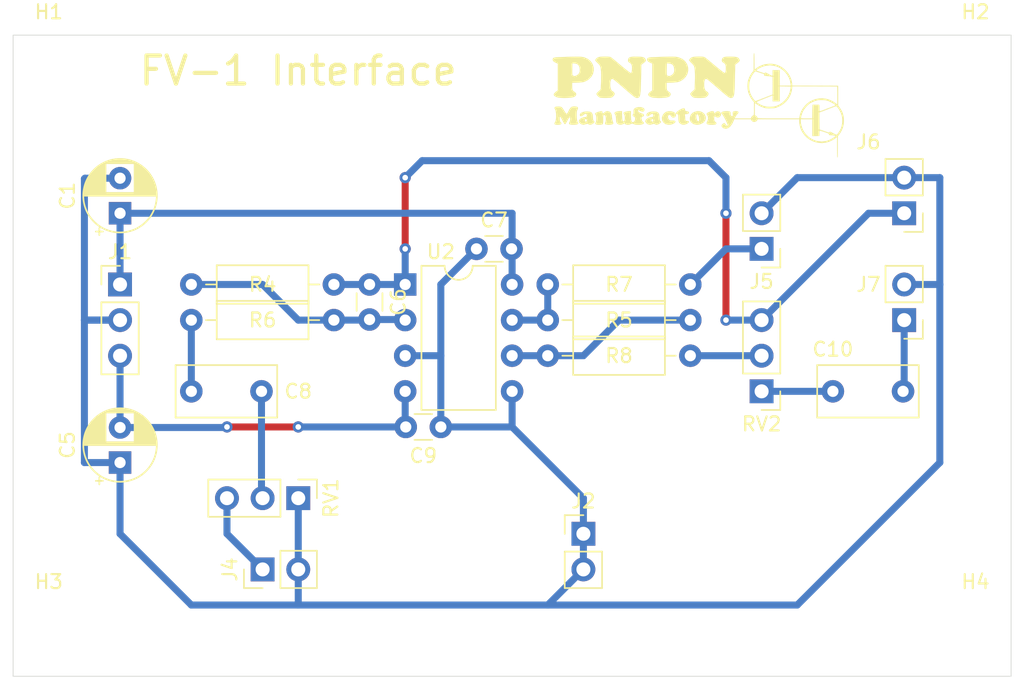
<source format=kicad_pcb>
(kicad_pcb (version 20171130) (host pcbnew "(5.1.10)-1")

  (general
    (thickness 1.6)
    (drawings 17)
    (tracks 84)
    (zones 0)
    (modules 27)
    (nets 15)
  )

  (page A4)
  (title_block
    (title "FV-1 Interface")
    (date 2022-01-30)
    (rev "Ver. 1.0")
    (company "PNPN Manufactory")
  )

  (layers
    (0 F.Cu signal)
    (31 B.Cu signal)
    (32 B.Adhes user)
    (33 F.Adhes user)
    (34 B.Paste user)
    (35 F.Paste user)
    (36 B.SilkS user)
    (37 F.SilkS user)
    (38 B.Mask user)
    (39 F.Mask user)
    (40 Dwgs.User user)
    (41 Cmts.User user)
    (42 Eco1.User user)
    (43 Eco2.User user)
    (44 Edge.Cuts user)
    (45 Margin user)
    (46 B.CrtYd user)
    (47 F.CrtYd user)
    (48 B.Fab user)
    (49 F.Fab user hide)
  )

  (setup
    (last_trace_width 0.25)
    (user_trace_width 0.5)
    (trace_clearance 0.2)
    (zone_clearance 0.508)
    (zone_45_only no)
    (trace_min 0.2)
    (via_size 0.8)
    (via_drill 0.4)
    (via_min_size 0.4)
    (via_min_drill 0.3)
    (uvia_size 0.3)
    (uvia_drill 0.1)
    (uvias_allowed no)
    (uvia_min_size 0.2)
    (uvia_min_drill 0.1)
    (edge_width 0.05)
    (segment_width 0.2)
    (pcb_text_width 0.3)
    (pcb_text_size 1.5 1.5)
    (mod_edge_width 0.12)
    (mod_text_size 1 1)
    (mod_text_width 0.15)
    (pad_size 1.524 1.524)
    (pad_drill 0.762)
    (pad_to_mask_clearance 0)
    (aux_axis_origin 0 0)
    (visible_elements 7FFFFFFF)
    (pcbplotparams
      (layerselection 0x010fc_ffffffff)
      (usegerberextensions false)
      (usegerberattributes true)
      (usegerberadvancedattributes true)
      (creategerberjobfile true)
      (excludeedgelayer true)
      (linewidth 0.100000)
      (plotframeref false)
      (viasonmask false)
      (mode 1)
      (useauxorigin false)
      (hpglpennumber 1)
      (hpglpenspeed 20)
      (hpglpendiameter 15.000000)
      (psnegative false)
      (psa4output false)
      (plotreference true)
      (plotvalue true)
      (plotinvisibletext false)
      (padsonsilk false)
      (subtractmaskfromsilk false)
      (outputformat 1)
      (mirror false)
      (drillshape 1)
      (scaleselection 1)
      (outputdirectory ""))
  )

  (net 0 "")
  (net 1 +12V)
  (net 2 -12V)
  (net 3 "Net-(C6-Pad2)")
  (net 4 "Net-(C6-Pad1)")
  (net 5 GND)
  (net 6 "Net-(C8-Pad2)")
  (net 7 "Net-(C8-Pad1)")
  (net 8 "Net-(C10-Pad2)")
  (net 9 "Net-(C10-Pad1)")
  (net 10 "Net-(J4-Pad1)")
  (net 11 "Net-(J5-Pad1)")
  (net 12 "Net-(R5-Pad2)")
  (net 13 "Net-(R5-Pad1)")
  (net 14 "Net-(R8-Pad2)")

  (net_class Default "This is the default net class."
    (clearance 0.2)
    (trace_width 0.25)
    (via_dia 0.8)
    (via_drill 0.4)
    (uvia_dia 0.3)
    (uvia_drill 0.1)
    (add_net +12V)
    (add_net -12V)
    (add_net GND)
    (add_net "Net-(C10-Pad1)")
    (add_net "Net-(C10-Pad2)")
    (add_net "Net-(C6-Pad1)")
    (add_net "Net-(C6-Pad2)")
    (add_net "Net-(C8-Pad1)")
    (add_net "Net-(C8-Pad2)")
    (add_net "Net-(J4-Pad1)")
    (add_net "Net-(J5-Pad1)")
    (add_net "Net-(R5-Pad1)")
    (add_net "Net-(R5-Pad2)")
    (add_net "Net-(R8-Pad2)")
  )

  (module myfootprint:Silk_PNPN_Thyristor_1200dpi (layer F.Cu) (tedit 6156D79D) (tstamp 61F1E5F2)
    (at 174.625 81.28)
    (fp_text reference G*** (at -0.508 -7.747) (layer F.Fab) hide
      (effects (font (size 1.524 1.524) (thickness 0.3)))
    )
    (fp_text value LOGO (at 0.127 -5.461) (layer F.Fab) hide
      (effects (font (size 1.524 1.524) (thickness 0.3)))
    )
    (fp_poly (pts (xy -2.43201 -3.780699) (xy -2.425479 -3.7537) (xy -2.42053 -3.70395) (xy -2.416986 -3.627558)
      (xy -2.414668 -3.520636) (xy -2.413399 -3.379295) (xy -2.413001 -3.199645) (xy -2.413 -3.192928)
      (xy -2.41292 -3.018978) (xy -2.412477 -2.883119) (xy -2.411366 -2.781112) (xy -2.409282 -2.708714)
      (xy -2.405922 -2.661685) (xy -2.40098 -2.635783) (xy -2.394152 -2.626768) (xy -2.385133 -2.630397)
      (xy -2.373618 -2.642431) (xy -2.373476 -2.642595) (xy -2.336829 -2.675976) (xy -2.309976 -2.688167)
      (xy -2.287192 -2.700684) (xy -2.286 -2.706325) (xy -2.267538 -2.731433) (xy -2.217476 -2.767589)
      (xy -2.143799 -2.81084) (xy -2.054494 -2.857234) (xy -1.957548 -2.902818) (xy -1.860944 -2.943638)
      (xy -1.772671 -2.975742) (xy -1.703593 -2.994609) (xy -1.508975 -3.025125) (xy -1.320751 -3.038186)
      (xy -1.150607 -3.033358) (xy -1.04775 -3.018946) (xy -0.982633 -3.005803) (xy -0.933274 -2.995872)
      (xy -0.844969 -2.970773) (xy -0.735858 -2.929059) (xy -0.620652 -2.877148) (xy -0.514062 -2.82146)
      (xy -0.463318 -2.790823) (xy -0.287156 -2.657199) (xy -0.127202 -2.497255) (xy 0.011413 -2.31841)
      (xy 0.12356 -2.128084) (xy 0.204106 -1.933696) (xy 0.244427 -1.767417) (xy 0.254701 -1.706067)
      (xy 0.263106 -1.661584) (xy 0.269974 -1.609775) (xy 0.273547 -1.550589) (xy 0.275167 -1.481928)
      (xy 1.910234 -1.476506) (xy 3.545302 -1.471084) (xy 3.545648 -0.074084) (xy 3.644608 0.064132)
      (xy 3.701043 0.147839) (xy 3.756868 0.238942) (xy 3.806199 0.326936) (xy 3.843149 0.401317)
      (xy 3.861831 0.451581) (xy 3.861906 0.451926) (xy 3.874232 0.493035) (xy 3.879841 0.508)
      (xy 3.925737 0.663152) (xy 3.952312 0.843601) (xy 3.959378 1.036878) (xy 3.946747 1.230518)
      (xy 3.914229 1.412051) (xy 3.894552 1.481828) (xy 3.841547 1.62363) (xy 3.774729 1.765492)
      (xy 3.700447 1.895815) (xy 3.625052 2.002997) (xy 3.583779 2.049525) (xy 3.549557 2.093924)
      (xy 3.538851 2.113025) (xy 3.534975 2.141854) (xy 3.531526 2.207937) (xy 3.528601 2.306192)
      (xy 3.526295 2.431542) (xy 3.524706 2.578907) (xy 3.523929 2.743208) (xy 3.523987 2.894541)
      (xy 3.524256 3.098806) (xy 3.523771 3.264281) (xy 3.522414 3.394503) (xy 3.520063 3.49301)
      (xy 3.516599 3.563341) (xy 3.511902 3.609033) (xy 3.505852 3.633625) (xy 3.498664 3.640666)
      (xy 3.491105 3.632883) (xy 3.484996 3.60716) (xy 3.480204 3.55994) (xy 3.476596 3.487663)
      (xy 3.474039 3.38677) (xy 3.472399 3.253703) (xy 3.471543 3.084904) (xy 3.471333 2.909828)
      (xy 3.471333 2.17899) (xy 3.33659 2.282264) (xy 3.12357 2.420385) (xy 2.898175 2.520401)
      (xy 2.664599 2.583161) (xy 2.427035 2.609518) (xy 2.189676 2.600321) (xy 1.956714 2.556423)
      (xy 1.732344 2.478673) (xy 1.520757 2.367923) (xy 1.326148 2.225024) (xy 1.152709 2.050827)
      (xy 1.004634 1.846183) (xy 0.979733 1.803964) (xy 0.942264 1.732329) (xy 0.905692 1.652698)
      (xy 0.874714 1.57658) (xy 0.854028 1.515487) (xy 0.848211 1.481666) (xy 0.842432 1.456484)
      (xy 0.82649 1.410193) (xy 0.825735 1.408202) (xy 0.807889 1.341005) (xy 0.79235 1.24579)
      (xy 0.780899 1.136868) (xy 0.775311 1.02855) (xy 0.77504 1.000125) (xy 0.775074 0.978958)
      (xy 0.886855 0.978958) (xy 0.887564 1.096703) (xy 0.899143 1.209665) (xy 0.923857 1.339605)
      (xy 0.924845 1.344083) (xy 0.997778 1.578125) (xy 1.107405 1.794762) (xy 1.250233 1.989903)
      (xy 1.422769 2.159451) (xy 1.621521 2.299315) (xy 1.824142 2.398102) (xy 1.917826 2.433537)
      (xy 1.994284 2.457158) (xy 2.070476 2.472896) (xy 2.163362 2.48468) (xy 2.2225 2.490423)
      (xy 2.293718 2.497681) (xy 2.345716 2.504304) (xy 2.3666 2.508657) (xy 2.389863 2.509576)
      (xy 2.408934 2.506361) (xy 2.450493 2.499942) (xy 2.515272 2.492586) (xy 2.550583 2.489261)
      (xy 2.610898 2.4834) (xy 2.649223 2.478524) (xy 2.656417 2.47669) (xy 2.674368 2.47094)
      (xy 2.709333 2.463771) (xy 2.82391 2.432207) (xy 2.956652 2.378351) (xy 3.094507 2.308504)
      (xy 3.224422 2.228969) (xy 3.283853 2.186374) (xy 3.339525 2.142787) (xy 3.365213 2.11711)
      (xy 3.365035 2.102164) (xy 3.343106 2.090772) (xy 3.339461 2.089397) (xy 3.295026 2.079128)
      (xy 3.223243 2.068955) (xy 3.139049 2.060966) (xy 3.132667 2.060514) (xy 3.02825 2.053098)
      (xy 2.959084 2.046581) (xy 2.918193 2.038816) (xy 2.898605 2.027658) (xy 2.893346 2.010961)
      (xy 2.895333 1.987486) (xy 2.895216 1.967155) (xy 2.885538 1.949579) (xy 2.860481 1.931758)
      (xy 2.814224 1.910693) (xy 2.740949 1.883383) (xy 2.634834 1.846828) (xy 2.599 1.834715)
      (xy 2.490027 1.798582) (xy 2.392869 1.767548) (xy 2.315702 1.744135) (xy 2.266705 1.730868)
      (xy 2.256038 1.728881) (xy 2.236732 1.730564) (xy 2.224598 1.745243) (xy 2.217859 1.780759)
      (xy 2.214735 1.844955) (xy 2.213705 1.915583) (xy 2.211917 2.106083) (xy 1.963208 2.109357)
      (xy 1.7145 2.112632) (xy 1.7145 0.910166) (xy 0.889 0.910166) (xy 0.886855 0.978958)
      (xy 0.775074 0.978958) (xy 0.775185 0.910166) (xy -2.17908 0.910166) (xy -2.210291 0.970523)
      (xy -2.269033 1.046018) (xy -2.345549 1.091799) (xy -2.430321 1.107629) (xy -2.51383 1.093267)
      (xy -2.586555 1.048476) (xy -2.635286 0.981185) (xy -2.668986 0.910166) (xy -3.495257 0.910166)
      (xy -3.711915 0.909902) (xy -3.889452 0.909039) (xy -4.031078 0.907474) (xy -4.14 0.905103)
      (xy -4.21943 0.901821) (xy -4.272576 0.897526) (xy -4.302647 0.892114) (xy -4.312853 0.88548)
      (xy -4.312708 0.883708) (xy -4.301257 0.876647) (xy -4.269916 0.870865) (xy -4.215465 0.86626)
      (xy -4.134687 0.862727) (xy -4.024362 0.860164) (xy -3.881271 0.858465) (xy -3.702196 0.857528)
      (xy -3.490736 0.85725) (xy -2.677583 0.85725) (xy -2.641663 0.778067) (xy -2.585543 0.700089)
      (xy -2.532428 0.663923) (xy -2.478957 0.627516) (xy -2.452387 0.586716) (xy -2.451932 0.584356)
      (xy -2.449773 0.550102) (xy -2.447963 0.480748) (xy -2.446599 0.383526) (xy -2.445778 0.26567)
      (xy -2.445666 0.183987) (xy -2.391833 0.183987) (xy -2.391833 0.627159) (xy -2.322799 0.660079)
      (xy -2.254744 0.710526) (xy -2.207645 0.790431) (xy -2.195364 0.8255) (xy -2.189502 0.831697)
      (xy -2.174127 0.837047) (xy -2.146403 0.84161) (xy -2.103493 0.845447) (xy -2.042561 0.848617)
      (xy -1.960768 0.851182) (xy -1.85528 0.8532) (xy -1.723258 0.854734) (xy -1.561866 0.855843)
      (xy -1.368268 0.856587) (xy -1.139625 0.857027) (xy -0.873103 0.857223) (xy -0.703271 0.85725)
      (xy 0.779013 0.85725) (xy 0.782941 0.83168) (xy 0.902181 0.83168) (xy 0.909942 0.846513)
      (xy 0.935736 0.849942) (xy 0.996845 0.852946) (xy 1.086253 0.855336) (xy 1.196942 0.85692)
      (xy 1.315628 0.857507) (xy 1.703917 0.857765) (xy 1.713262 0.427886) (xy 2.211917 0.427886)
      (xy 2.215681 1.023568) (xy 2.216709 1.178325) (xy 2.217737 1.319141) (xy 2.21872 1.440499)
      (xy 2.219608 1.536884) (xy 2.220354 1.60278) (xy 2.22091 1.632671) (xy 2.220973 1.633698)
      (xy 2.240648 1.650589) (xy 2.287166 1.670243) (xy 2.338917 1.684855) (xy 2.365726 1.693237)
      (xy 2.424511 1.712956) (xy 2.507311 1.741303) (xy 2.606169 1.775569) (xy 2.635185 1.785696)
      (xy 2.736071 1.819601) (xy 2.822407 1.846058) (xy 2.886549 1.862918) (xy 2.920853 1.868031)
      (xy 2.924172 1.866964) (xy 2.940088 1.834966) (xy 2.945404 1.815201) (xy 2.953669 1.802866)
      (xy 2.975037 1.803093) (xy 3.015059 1.818054) (xy 3.079283 1.849922) (xy 3.17326 1.900871)
      (xy 3.195133 1.912996) (xy 3.303448 1.971477) (xy 3.380402 2.008738) (xy 3.430189 2.026533)
      (xy 3.457006 2.026615) (xy 3.460723 2.023962) (xy 3.484637 1.995523) (xy 3.524624 1.944191)
      (xy 3.569975 1.883833) (xy 3.621662 1.806767) (xy 3.674816 1.715846) (xy 3.723051 1.623309)
      (xy 3.75998 1.541398) (xy 3.779067 1.483118) (xy 3.786451 1.454074) (xy 3.788833 1.449916)
      (xy 3.795684 1.432942) (xy 3.799529 1.418166) (xy 3.837656 1.189787) (xy 3.846294 0.96236)
      (xy 3.82567 0.746168) (xy 3.780923 0.565675) (xy 3.725802 0.430146) (xy 3.651745 0.286174)
      (xy 3.568189 0.15055) (xy 3.487339 0.043261) (xy 3.467462 0.019804) (xy 3.449694 0.002616)
      (xy 3.428953 -0.007264) (xy 3.400156 -0.008794) (xy 3.35822 -0.000934) (xy 3.298062 0.017358)
      (xy 3.2146 0.047121) (xy 3.102752 0.089397) (xy 2.957434 0.145226) (xy 2.921 0.159227)
      (xy 2.863273 0.181246) (xy 2.783282 0.211572) (xy 2.69875 0.243487) (xy 2.615955 0.275149)
      (xy 2.54025 0.304917) (xy 2.487776 0.326441) (xy 2.487083 0.32674) (xy 2.428701 0.35023)
      (xy 2.353383 0.378368) (xy 2.31775 0.391035) (xy 2.211917 0.427886) (xy 1.713262 0.427886)
      (xy 1.725083 -0.115847) (xy 1.947333 -0.117221) (xy 2.041813 -0.117081) (xy 2.121336 -0.115616)
      (xy 2.175835 -0.113089) (xy 2.193918 -0.110765) (xy 2.206491 -0.086655) (xy 2.213612 -0.023351)
      (xy 2.215402 0.080414) (xy 2.215085 0.109321) (xy 2.214925 0.201077) (xy 2.217046 0.277225)
      (xy 2.221044 0.327652) (xy 2.224405 0.341766) (xy 2.248103 0.342596) (xy 2.303682 0.329074)
      (xy 2.383999 0.303258) (xy 2.478405 0.268565) (xy 2.588757 0.226091) (xy 2.723643 0.174473)
      (xy 2.867973 0.11947) (xy 3.006655 0.066843) (xy 3.042708 0.053208) (xy 3.150858 0.011771)
      (xy 3.2436 -0.024855) (xy 3.314348 -0.053979) (xy 3.356514 -0.072911) (xy 3.3655 -0.078612)
      (xy 3.347772 -0.103609) (xy 3.299905 -0.142264) (xy 3.229875 -0.18981) (xy 3.145658 -0.241484)
      (xy 3.055229 -0.292519) (xy 2.966564 -0.33815) (xy 2.887639 -0.373612) (xy 2.846917 -0.388458)
      (xy 2.758835 -0.414986) (xy 2.684916 -0.432999) (xy 2.611884 -0.444425) (xy 2.526466 -0.451189)
      (xy 2.415385 -0.45522) (xy 2.38125 -0.456044) (xy 2.262348 -0.456868) (xy 2.169235 -0.451851)
      (xy 2.085554 -0.439145) (xy 1.994951 -0.416903) (xy 1.9685 -0.409404) (xy 1.85728 -0.371972)
      (xy 1.739636 -0.323577) (xy 1.628337 -0.270206) (xy 1.536153 -0.217846) (xy 1.489821 -0.184989)
      (xy 1.330104 -0.038408) (xy 1.191034 0.119748) (xy 1.08124 0.279317) (xy 1.054185 0.328083)
      (xy 1.011872 0.418518) (xy 0.97324 0.517534) (xy 0.940621 0.616744) (xy 0.91635 0.707763)
      (xy 0.902759 0.782203) (xy 0.902181 0.83168) (xy 0.782941 0.83168) (xy 0.790395 0.783166)
      (xy 0.800485 0.723819) (xy 0.813597 0.662547) (xy 0.833322 0.582083) (xy 0.906349 0.373986)
      (xy 1.015954 0.172342) (xy 1.156383 -0.01613) (xy 1.321879 -0.184711) (xy 1.506689 -0.326681)
      (xy 1.704383 -0.435021) (xy 1.948873 -0.521024) (xy 2.199208 -0.567112) (xy 2.450802 -0.57388)
      (xy 2.699073 -0.54192) (xy 2.939437 -0.471826) (xy 3.16731 -0.364191) (xy 3.378108 -0.21961)
      (xy 3.380003 -0.218071) (xy 3.489756 -0.128748) (xy 3.490083 -0.773458) (xy 3.489757 -0.966974)
      (xy 3.488478 -1.121398) (xy 3.486121 -1.239961) (xy 3.48256 -1.325897) (xy 3.477671 -1.382437)
      (xy 3.471327 -1.412814) (xy 3.464996 -1.420465) (xy 3.440206 -1.420874) (xy 3.376431 -1.421339)
      (xy 3.277019 -1.421849) (xy 3.145318 -1.422393) (xy 2.984677 -1.422959) (xy 2.798443 -1.423536)
      (xy 2.589966 -1.424115) (xy 2.362593 -1.424683) (xy 2.119673 -1.425229) (xy 1.864553 -1.425743)
      (xy 1.857375 -1.425756) (xy 0.275167 -1.42875) (xy 0.273426 -1.354667) (xy 0.257385 -1.195142)
      (xy 0.219166 -1.021555) (xy 0.163319 -0.852671) (xy 0.136204 -0.788751) (xy 0.010201 -0.563141)
      (xy -0.148691 -0.362645) (xy -0.337205 -0.190365) (xy -0.55207 -0.049402) (xy -0.732913 0.035648)
      (xy -0.827886 0.072623) (xy -0.903508 0.098675) (xy -0.971564 0.116032) (xy -1.043839 0.126925)
      (xy -1.132116 0.133582) (xy -1.248182 0.138235) (xy -1.280583 0.139273) (xy -1.41211 0.141327)
      (xy -1.515071 0.137354) (xy -1.602942 0.126318) (xy -1.685834 0.108054) (xy -1.908838 0.034584)
      (xy -2.118045 -0.068418) (xy -2.323956 -0.206305) (xy -2.365375 -0.238309) (xy -2.374464 -0.237409)
      (xy -2.38133 -0.215679) (xy -2.386236 -0.168919) (xy -2.389446 -0.092934) (xy -2.391222 0.016474)
      (xy -2.391827 0.163503) (xy -2.391833 0.183987) (xy -2.445666 0.183987) (xy -2.445597 0.13441)
      (xy -2.445631 0.114092) (xy -2.446507 -0.30939) (xy -2.272656 -0.30939) (xy -2.272598 -0.30831)
      (xy -2.251031 -0.286256) (xy -2.203529 -0.250653) (xy -2.144235 -0.211667) (xy -1.943729 -0.100852)
      (xy -1.751848 -0.025091) (xy -1.558455 0.018514) (xy -1.353413 0.032857) (xy -1.291167 0.031982)
      (xy -1.189776 0.027712) (xy -1.096569 0.021712) (xy -1.024549 0.014918) (xy -0.996058 0.010683)
      (xy -0.8137 -0.043746) (xy -0.627536 -0.132801) (xy -0.447286 -0.250992) (xy -0.283929 -0.391584)
      (xy -0.119123 -0.578175) (xy 0.006329 -0.775847) (xy 0.095011 -0.989931) (xy 0.149512 -1.225758)
      (xy 0.160194 -1.307042) (xy 0.165961 -1.37163) (xy 0.162549 -1.40492) (xy 0.146471 -1.417565)
      (xy 0.123235 -1.419935) (xy 0.085878 -1.420748) (xy 0.014622 -1.421846) (xy -0.082101 -1.423114)
      (xy -0.195859 -1.42444) (xy -0.269877 -1.425227) (xy -0.613838 -1.42875) (xy -0.615439 -1.36525)
      (xy -0.615936 -1.325863) (xy -0.616427 -1.251278) (xy -0.616883 -1.148632) (xy -0.617275 -1.02506)
      (xy -0.617573 -0.887699) (xy -0.617659 -0.830792) (xy -0.618277 -0.359834) (xy -1.116569 -0.359834)
      (xy -1.116954 -0.562198) (xy -1.118127 -0.650362) (xy -1.120963 -0.721389) (xy -1.12497 -0.765484)
      (xy -1.127602 -0.774825) (xy -1.150398 -0.771937) (xy -1.202835 -0.755589) (xy -1.275581 -0.72885)
      (xy -1.315058 -0.713191) (xy -1.392358 -0.682086) (xy -1.499074 -0.639507) (xy -1.625203 -0.589427)
      (xy -1.760745 -0.535817) (xy -1.886965 -0.486082) (xy -2.009857 -0.436514) (xy -2.115231 -0.39159)
      (xy -2.197728 -0.353781) (xy -2.25199 -0.325558) (xy -2.272656 -0.30939) (xy -2.446507 -0.30939)
      (xy -2.446512 -0.311566) (xy -2.530298 -0.407391) (xy -2.626742 -0.534543) (xy -2.717393 -0.684795)
      (xy -2.794814 -0.843683) (xy -2.851572 -0.996745) (xy -2.870384 -1.068917) (xy -2.898488 -1.247652)
      (xy -2.909982 -1.433409) (xy -2.909362 -1.452177) (xy -2.798085 -1.452177) (xy -2.797867 -1.420333)
      (xy -2.79373 -1.309599) (xy -2.783573 -1.215186) (xy -2.764547 -1.118724) (xy -2.733801 -1.001845)
      (xy -2.73192 -0.995188) (xy -2.699172 -0.902944) (xy -2.652135 -0.800888) (xy -2.595425 -0.69615)
      (xy -2.533661 -0.595858) (xy -2.47146 -0.507142) (xy -2.413441 -0.43713) (xy -2.36422 -0.392952)
      (xy -2.334095 -0.381) (xy -2.305697 -0.388467) (xy -2.245039 -0.409167) (xy -2.15914 -0.440545)
      (xy -2.05502 -0.480051) (xy -1.962204 -0.516233) (xy -1.759677 -0.595998) (xy -1.593056 -0.661382)
      (xy -1.458924 -0.713682) (xy -1.353862 -0.754194) (xy -1.274453 -0.784216) (xy -1.217281 -0.805043)
      (xy -1.178926 -0.817973) (xy -1.155972 -0.824303) (xy -1.147105 -0.8255) (xy -1.140243 -0.825831)
      (xy -1.134554 -0.829218) (xy -1.129941 -0.839259) (xy -1.126307 -0.859548) (xy -1.123556 -0.893682)
      (xy -1.121592 -0.945257) (xy -1.120318 -1.017868) (xy -1.119636 -1.11511) (xy -1.119452 -1.240581)
      (xy -1.119667 -1.397874) (xy -1.120186 -1.590587) (xy -1.120851 -1.802958) (xy -1.121833 -2.113666)
      (xy -1.232958 -2.13491) (xy -1.320972 -2.148621) (xy -1.432445 -2.161749) (xy -1.548545 -2.172434)
      (xy -1.650439 -2.178815) (xy -1.687518 -2.179795) (xy -1.719715 -2.185012) (xy -1.722829 -2.208281)
      (xy -1.71426 -2.233716) (xy -1.704814 -2.273933) (xy -1.72334 -2.296897) (xy -1.751826 -2.309517)
      (xy -1.80741 -2.329728) (xy -1.88376 -2.356062) (xy -1.968947 -2.384581) (xy -2.051042 -2.411347)
      (xy -2.118115 -2.432422) (xy -2.158238 -2.44387) (xy -2.160157 -2.444301) (xy -2.20094 -2.456861)
      (xy -2.258147 -2.478553) (xy -2.26737 -2.482357) (xy -2.312413 -2.498394) (xy -2.347748 -2.499129)
      (xy -2.382373 -2.4798) (xy -2.425287 -2.435649) (xy -2.478502 -2.370667) (xy -2.616582 -2.164732)
      (xy -2.716394 -1.941453) (xy -2.777156 -1.703159) (xy -2.798085 -1.452177) (xy -2.909362 -1.452177)
      (xy -2.904195 -1.608364) (xy -2.893768 -1.691365) (xy -2.882641 -1.761196) (xy -2.874945 -1.815607)
      (xy -2.872799 -1.836209) (xy -2.859666 -1.86085) (xy -2.852723 -1.862667) (xy -2.843623 -1.87596)
      (xy -2.84749 -1.884761) (xy -2.848102 -1.918307) (xy -2.839956 -1.932386) (xy -2.820792 -1.961026)
      (xy -2.818333 -1.9685) (xy -2.804796 -2.023153) (xy -2.771076 -2.101854) (xy -2.722667 -2.19499)
      (xy -2.66506 -2.292949) (xy -2.603748 -2.386121) (xy -2.544222 -2.464894) (xy -2.517187 -2.495517)
      (xy -2.50336 -2.510983) (xy -2.492462 -2.528166) (xy -2.484138 -2.55195) (xy -2.48224 -2.562922)
      (xy -2.286 -2.562922) (xy -2.267013 -2.551048) (xy -2.214889 -2.529278) (xy -2.136884 -2.500387)
      (xy -2.040254 -2.467148) (xy -2.005542 -2.455706) (xy -1.901696 -2.421769) (xy -1.811265 -2.392086)
      (xy -1.742402 -2.369344) (xy -1.703265 -2.356229) (xy -1.698625 -2.354605) (xy -1.675816 -2.362512)
      (xy -1.672167 -2.377737) (xy -1.666937 -2.406186) (xy -1.647861 -2.417197) (xy -1.609856 -2.40948)
      (xy -1.547842 -2.381746) (xy -1.456738 -2.332709) (xy -1.425811 -2.315261) (xy -1.312249 -2.250411)
      (xy -1.231003 -2.205835) (xy -1.176703 -2.182522) (xy -1.143978 -2.18146) (xy -1.12746 -2.203637)
      (xy -1.121779 -2.25004) (xy -1.121566 -2.321658) (xy -1.121833 -2.371191) (xy -1.121833 -2.582334)
      (xy -0.618295 -2.582334) (xy -0.61683 -2.100792) (xy -0.616372 -1.958013) (xy -0.615902 -1.825831)
      (xy -0.61545 -1.711372) (xy -0.615045 -1.621762) (xy -0.614716 -1.56413) (xy -0.614599 -1.550459)
      (xy -0.613833 -1.481667) (xy 0.173704 -1.481667) (xy 0.16098 -1.582209) (xy 0.140681 -1.720878)
      (xy 0.116799 -1.832823) (xy 0.085167 -1.933651) (xy 0.041614 -2.038968) (xy 0.03515 -2.053167)
      (xy -0.081763 -2.260961) (xy -0.230535 -2.448977) (xy -0.405351 -2.611812) (xy -0.600399 -2.744061)
      (xy -0.809864 -2.840318) (xy -0.812615 -2.841293) (xy -1.055535 -2.905238) (xy -1.302139 -2.927822)
      (xy -1.548173 -2.909265) (xy -1.789388 -2.849789) (xy -1.957917 -2.781646) (xy -2.044283 -2.737257)
      (xy -2.128309 -2.688314) (xy -2.201778 -2.640295) (xy -2.256473 -2.598678) (xy -2.284177 -2.568941)
      (xy -2.286 -2.562922) (xy -2.48224 -2.562922) (xy -2.478035 -2.587218) (xy -2.473795 -2.638855)
      (xy -2.471064 -2.711744) (xy -2.469487 -2.810769) (xy -2.468708 -2.940814) (xy -2.468373 -3.106762)
      (xy -2.468302 -3.167559) (xy -2.467739 -3.352756) (xy -2.466395 -3.499438) (xy -2.464099 -3.611417)
      (xy -2.460679 -3.692507) (xy -2.455963 -3.74652) (xy -2.449779 -3.77727) (xy -2.441956 -3.788571)
      (xy -2.440303 -3.788834) (xy -2.43201 -3.780699)) (layer F.SilkS) (width 0.01))
  )

  (module myfootprint:Silk_PNPN_Manufactory_600dpi (layer F.Cu) (tedit 5F22FC8E) (tstamp 61F1E57D)
    (at 164.465 80.01)
    (fp_text reference G*** (at -3.81 -3.81) (layer F.Fab) hide
      (effects (font (size 1.524 1.524) (thickness 0.3)))
    )
    (fp_text value LOGO (at 2.54 -3.81) (layer F.Fab) hide
      (effects (font (size 1.524 1.524) (thickness 0.3)))
    )
    (fp_poly (pts (xy 3.945975 -2.281621) (xy 4.09399 -2.269093) (xy 4.184912 -2.246901) (xy 4.186458 -2.246098)
      (xy 4.240547 -2.207284) (xy 4.347813 -2.122362) (xy 4.4972 -2.000379) (xy 4.677649 -1.85038)
      (xy 4.878099 -1.681411) (xy 4.912595 -1.652109) (xy 5.113768 -1.484241) (xy 5.296208 -1.338041)
      (xy 5.449181 -1.221625) (xy 5.561956 -1.143109) (xy 5.623799 -1.11061) (xy 5.629003 -1.110325)
      (xy 5.671936 -1.147656) (xy 5.69759 -1.248037) (xy 5.706918 -1.352801) (xy 5.709923 -1.551994)
      (xy 5.68774 -1.687528) (xy 5.63404 -1.778284) (xy 5.542549 -1.843112) (xy 5.453323 -1.903737)
      (xy 5.424421 -1.979531) (xy 5.426746 -2.044) (xy 5.451397 -2.143161) (xy 5.510516 -2.212061)
      (xy 5.615683 -2.254818) (xy 5.778478 -2.275552) (xy 6.010482 -2.278382) (xy 6.081086 -2.276762)
      (xy 6.288509 -2.26824) (xy 6.429491 -2.254207) (xy 6.522229 -2.231417) (xy 6.584918 -2.196621)
      (xy 6.599669 -2.184189) (xy 6.66585 -2.098752) (xy 6.688667 -2.027108) (xy 6.682713 -1.976534)
      (xy 6.654377 -1.929752) (xy 6.587948 -1.868558) (xy 6.477 -1.781828) (xy 6.371167 -1.701019)
      (xy 6.349122 -0.649426) (xy 6.340281 -0.282457) (xy 6.329626 0.008711) (xy 6.315307 0.232946)
      (xy 6.295475 0.399113) (xy 6.268283 0.516079) (xy 6.23188 0.592711) (xy 6.184419 0.637874)
      (xy 6.12405 0.660435) (xy 6.074539 0.667404) (xy 6.026327 0.664652) (xy 5.968215 0.643976)
      (xy 5.891544 0.599027) (xy 5.787655 0.523456) (xy 5.647887 0.410913) (xy 5.463583 0.255049)
      (xy 5.226082 0.049514) (xy 5.195347 0.022737) (xy 4.97885 -0.164928) (xy 4.780251 -0.335108)
      (xy 4.609504 -0.479431) (xy 4.476562 -0.589525) (xy 4.391381 -0.657019) (xy 4.367566 -0.673463)
      (xy 4.276807 -0.695025) (xy 4.212767 -0.644598) (xy 4.172536 -0.518239) (xy 4.157431 -0.38885)
      (xy 4.158046 -0.17296) (xy 4.189951 0.006802) (xy 4.248631 0.134384) (xy 4.320661 0.191344)
      (xy 4.406453 0.248557) (xy 4.449364 0.304487) (xy 4.471628 0.384086) (xy 4.437553 0.467958)
      (xy 4.413753 0.501695) (xy 4.323325 0.589643) (xy 4.229517 0.640356) (xy 4.130324 0.654927)
      (xy 3.976341 0.663829) (xy 3.797274 0.666791) (xy 3.622828 0.663542) (xy 3.482708 0.65381)
      (xy 3.440427 0.647568) (xy 3.35485 0.604327) (xy 3.263466 0.522466) (xy 3.194684 0.43136)
      (xy 3.175 0.373133) (xy 3.20383 0.324257) (xy 3.277286 0.242962) (xy 3.329933 0.192413)
      (xy 3.484866 0.050476) (xy 3.504712 -0.499131) (xy 3.510023 -0.739017) (xy 3.509577 -0.978959)
      (xy 3.503753 -1.190165) (xy 3.493733 -1.336572) (xy 3.472591 -1.496394) (xy 3.441207 -1.604329)
      (xy 3.384467 -1.693016) (xy 3.287259 -1.795093) (xy 3.276621 -1.805457) (xy 3.17866 -1.904506)
      (xy 3.111183 -1.980074) (xy 3.090334 -2.012037) (xy 3.127267 -2.107568) (xy 3.221017 -2.19584)
      (xy 3.307424 -2.239214) (xy 3.421591 -2.263283) (xy 3.583553 -2.278511) (xy 3.767089 -2.284692)
      (xy 3.945975 -2.281621)) (layer F.SilkS) (width 0.01))
    (fp_poly (pts (xy 1.975047 -2.274086) (xy 2.117389 -2.26682) (xy 2.228608 -2.253497) (xy 2.322066 -2.233614)
      (xy 2.364001 -2.221756) (xy 2.614226 -2.108197) (xy 2.806558 -1.944821) (xy 2.939623 -1.744837)
      (xy 3.012049 -1.521459) (xy 3.022461 -1.287899) (xy 2.969488 -1.057368) (xy 2.851754 -0.843079)
      (xy 2.667888 -0.658242) (xy 2.535437 -0.572476) (xy 2.413758 -0.511578) (xy 2.300242 -0.472362)
      (xy 2.167723 -0.448815) (xy 1.989036 -0.434921) (xy 1.894417 -0.430548) (xy 1.481667 -0.413486)
      (xy 1.481667 -0.189039) (xy 1.487843 -0.013288) (xy 1.512645 0.10093) (xy 1.565479 0.176245)
      (xy 1.655755 0.235286) (xy 1.658708 0.236819) (xy 1.75371 0.320997) (xy 1.774481 0.423323)
      (xy 1.722617 0.524267) (xy 1.629834 0.590936) (xy 1.511178 0.625751) (xy 1.332551 0.65064)
      (xy 1.118122 0.665091) (xy 0.892062 0.668586) (xy 0.678541 0.660612) (xy 0.501728 0.640653)
      (xy 0.406399 0.617013) (xy 0.250819 0.541679) (xy 0.179061 0.459733) (xy 0.190341 0.367817)
      (xy 0.283877 0.262573) (xy 0.3175 0.235703) (xy 0.465667 0.122691) (xy 0.465667 -1.166072)
      (xy 1.488034 -1.166072) (xy 1.495666 -1.025861) (xy 1.514564 -0.947579) (xy 1.532965 -0.924897)
      (xy 1.660679 -0.890433) (xy 1.80087 -0.930985) (xy 1.908257 -1.012744) (xy 1.986703 -1.106751)
      (xy 2.023145 -1.206386) (xy 2.032 -1.34905) (xy 2.003695 -1.554703) (xy 1.919603 -1.697943)
      (xy 1.780961 -1.77725) (xy 1.670048 -1.793588) (xy 1.502834 -1.799167) (xy 1.490632 -1.379332)
      (xy 1.488034 -1.166072) (xy 0.465667 -1.166072) (xy 0.465667 -1.78232) (xy 0.324714 -1.841214)
      (xy 0.171979 -1.927682) (xy 0.102019 -2.025595) (xy 0.105158 -2.114537) (xy 0.11978 -2.1511)
      (xy 0.1443 -2.179733) (xy 0.18871 -2.201772) (xy 0.263002 -2.218551) (xy 0.377169 -2.231407)
      (xy 0.541201 -2.241675) (xy 0.765092 -2.250691) (xy 1.058834 -2.259791) (xy 1.227667 -2.264583)
      (xy 1.543548 -2.272464) (xy 1.788221 -2.2758) (xy 1.975047 -2.274086)) (layer F.SilkS) (width 0.01))
    (fp_poly (pts (xy -2.742692 -2.281621) (xy -2.594677 -2.269093) (xy -2.503755 -2.246901) (xy -2.502208 -2.246098)
      (xy -2.44812 -2.207284) (xy -2.340853 -2.122362) (xy -2.191466 -2.000379) (xy -2.011018 -1.85038)
      (xy -1.810567 -1.681411) (xy -1.776071 -1.652109) (xy -1.574898 -1.484241) (xy -1.392459 -1.338041)
      (xy -1.239486 -1.221625) (xy -1.126711 -1.143109) (xy -1.064867 -1.11061) (xy -1.059663 -1.110325)
      (xy -1.016731 -1.147656) (xy -0.991076 -1.248037) (xy -0.981749 -1.352801) (xy -0.978743 -1.551994)
      (xy -1.000926 -1.687528) (xy -1.054627 -1.778284) (xy -1.146118 -1.843112) (xy -1.235343 -1.903737)
      (xy -1.264246 -1.979531) (xy -1.261921 -2.044) (xy -1.23727 -2.143161) (xy -1.178151 -2.212061)
      (xy -1.072984 -2.254818) (xy -0.910189 -2.275552) (xy -0.678184 -2.278382) (xy -0.607581 -2.276762)
      (xy -0.400158 -2.26824) (xy -0.259176 -2.254207) (xy -0.166438 -2.231417) (xy -0.103749 -2.196621)
      (xy -0.088997 -2.184189) (xy -0.022816 -2.098752) (xy 0 -2.027108) (xy -0.005954 -1.976534)
      (xy -0.03429 -1.929752) (xy -0.100718 -1.868558) (xy -0.211666 -1.781828) (xy -0.3175 -1.701019)
      (xy -0.339545 -0.649426) (xy -0.348386 -0.282457) (xy -0.359041 0.008711) (xy -0.37336 0.232946)
      (xy -0.393191 0.399113) (xy -0.420384 0.516079) (xy -0.456786 0.592711) (xy -0.504248 0.637874)
      (xy -0.564617 0.660435) (xy -0.614128 0.667404) (xy -0.66234 0.664652) (xy -0.720451 0.643976)
      (xy -0.797122 0.599027) (xy -0.901012 0.523456) (xy -1.040779 0.410913) (xy -1.225084 0.255049)
      (xy -1.462585 0.049514) (xy -1.49332 0.022737) (xy -1.709817 -0.164928) (xy -1.908416 -0.335108)
      (xy -2.079163 -0.479431) (xy -2.212104 -0.589525) (xy -2.297286 -0.657019) (xy -2.321101 -0.673463)
      (xy -2.41186 -0.695025) (xy -2.4759 -0.644598) (xy -2.516131 -0.518239) (xy -2.531235 -0.38885)
      (xy -2.530621 -0.17296) (xy -2.498715 0.006802) (xy -2.440036 0.134384) (xy -2.368006 0.191344)
      (xy -2.282214 0.248557) (xy -2.239303 0.304487) (xy -2.217038 0.384086) (xy -2.251113 0.467958)
      (xy -2.274914 0.501695) (xy -2.365342 0.589643) (xy -2.459149 0.640356) (xy -2.558343 0.654927)
      (xy -2.712326 0.663829) (xy -2.891393 0.666791) (xy -3.065839 0.663542) (xy -3.205959 0.65381)
      (xy -3.24824 0.647568) (xy -3.333816 0.604327) (xy -3.425201 0.522466) (xy -3.493983 0.43136)
      (xy -3.513666 0.373133) (xy -3.484836 0.324257) (xy -3.41138 0.242962) (xy -3.358734 0.192413)
      (xy -3.203801 0.050476) (xy -3.183955 -0.499131) (xy -3.178644 -0.739017) (xy -3.179089 -0.978959)
      (xy -3.184913 -1.190165) (xy -3.194933 -1.336572) (xy -3.216076 -1.496394) (xy -3.24746 -1.604329)
      (xy -3.304199 -1.693016) (xy -3.401407 -1.795093) (xy -3.412045 -1.805457) (xy -3.510007 -1.904506)
      (xy -3.577484 -1.980074) (xy -3.598333 -2.012037) (xy -3.5614 -2.107568) (xy -3.46765 -2.19584)
      (xy -3.381243 -2.239214) (xy -3.267075 -2.263283) (xy -3.105113 -2.278511) (xy -2.921578 -2.284692)
      (xy -2.742692 -2.281621)) (layer F.SilkS) (width 0.01))
    (fp_poly (pts (xy -4.755953 -2.274086) (xy -4.613611 -2.26682) (xy -4.502392 -2.253497) (xy -4.408934 -2.233614)
      (xy -4.366999 -2.221756) (xy -4.116774 -2.108197) (xy -3.924442 -1.944821) (xy -3.791377 -1.744837)
      (xy -3.718951 -1.521459) (xy -3.708539 -1.287899) (xy -3.761512 -1.057368) (xy -3.879246 -0.843079)
      (xy -4.063112 -0.658242) (xy -4.195563 -0.572476) (xy -4.317242 -0.511578) (xy -4.430758 -0.472362)
      (xy -4.563277 -0.448815) (xy -4.741964 -0.434921) (xy -4.836583 -0.430548) (xy -5.249333 -0.413486)
      (xy -5.249333 -0.189039) (xy -5.243157 -0.013288) (xy -5.218355 0.10093) (xy -5.165521 0.176245)
      (xy -5.075245 0.235286) (xy -5.072292 0.236819) (xy -4.97729 0.320997) (xy -4.956519 0.423323)
      (xy -5.008383 0.524267) (xy -5.101166 0.590936) (xy -5.219822 0.625751) (xy -5.398449 0.65064)
      (xy -5.612878 0.665091) (xy -5.838938 0.668586) (xy -6.052459 0.660612) (xy -6.229272 0.640653)
      (xy -6.324601 0.617013) (xy -6.480181 0.541679) (xy -6.551939 0.459733) (xy -6.540659 0.367817)
      (xy -6.447123 0.262573) (xy -6.4135 0.235703) (xy -6.265333 0.122691) (xy -6.265333 -1.166072)
      (xy -5.242966 -1.166072) (xy -5.235334 -1.025861) (xy -5.216436 -0.947579) (xy -5.198035 -0.924897)
      (xy -5.070321 -0.890433) (xy -4.93013 -0.930985) (xy -4.822743 -1.012744) (xy -4.744297 -1.106751)
      (xy -4.707855 -1.206386) (xy -4.699 -1.34905) (xy -4.727305 -1.554703) (xy -4.811397 -1.697943)
      (xy -4.950039 -1.77725) (xy -5.060952 -1.793588) (xy -5.228166 -1.799167) (xy -5.240368 -1.379332)
      (xy -5.242966 -1.166072) (xy -6.265333 -1.166072) (xy -6.265333 -1.78232) (xy -6.406286 -1.841214)
      (xy -6.559021 -1.927682) (xy -6.628981 -2.025595) (xy -6.625842 -2.114537) (xy -6.61122 -2.1511)
      (xy -6.5867 -2.179733) (xy -6.54229 -2.201772) (xy -6.467998 -2.218551) (xy -6.353831 -2.231407)
      (xy -6.189799 -2.241675) (xy -5.965908 -2.250691) (xy -5.672166 -2.259791) (xy -5.503333 -2.264583)
      (xy -5.187452 -2.272464) (xy -4.942779 -2.2758) (xy -4.755953 -2.274086)) (layer F.SilkS) (width 0.01))
    (fp_poly (pts (xy 4.860904 1.661134) (xy 4.868334 1.700712) (xy 4.868334 1.792758) (xy 4.966312 1.700712)
      (xy 5.092373 1.622022) (xy 5.210399 1.623484) (xy 5.309909 1.704636) (xy 5.317863 1.716234)
      (xy 5.363613 1.815186) (xy 5.349655 1.907615) (xy 5.341445 1.926733) (xy 5.26055 2.022054)
      (xy 5.147965 2.062504) (xy 5.034741 2.039967) (xy 5.000776 2.015758) (xy 4.930167 1.971411)
      (xy 4.888001 1.997886) (xy 4.869856 2.100148) (xy 4.868334 2.164566) (xy 4.884572 2.291694)
      (xy 4.939705 2.362803) (xy 4.953 2.370667) (xy 5.024633 2.437568) (xy 5.02796 2.509119)
      (xy 4.970704 2.556637) (xy 4.86343 2.57865) (xy 4.720174 2.584777) (xy 4.570103 2.57674)
      (xy 4.44238 2.556263) (xy 4.366173 2.525071) (xy 4.361843 2.520652) (xy 4.334323 2.457352)
      (xy 4.366638 2.379538) (xy 4.377826 2.363066) (xy 4.427299 2.246422) (xy 4.444118 2.106524)
      (xy 4.428473 1.976316) (xy 4.380558 1.88874) (xy 4.375033 1.884339) (xy 4.330369 1.818504)
      (xy 4.369156 1.748945) (xy 4.49035 1.677312) (xy 4.512308 1.667847) (xy 4.67934 1.614946)
      (xy 4.798384 1.612971) (xy 4.860904 1.661134)) (layer F.SilkS) (width 0.01))
    (fp_poly (pts (xy 3.875109 1.623637) (xy 4.049811 1.69557) (xy 4.183342 1.819352) (xy 4.2614 1.987227)
      (xy 4.275667 2.108855) (xy 4.23718 2.266921) (xy 4.133704 2.400439) (xy 3.98321 2.501756)
      (xy 3.803674 2.563218) (xy 3.613069 2.577173) (xy 3.429368 2.535966) (xy 3.357619 2.499774)
      (xy 3.213917 2.379557) (xy 3.14666 2.233472) (xy 3.14549 2.064945) (xy 3.18246 1.947986)
      (xy 3.599383 1.947986) (xy 3.600714 2.067349) (xy 3.623955 2.187999) (xy 3.66473 2.277289)
      (xy 3.732587 2.3439) (xy 3.781803 2.330251) (xy 3.807446 2.239631) (xy 3.81 2.180424)
      (xy 3.794153 2.022497) (xy 3.75227 1.898245) (xy 3.692839 1.828444) (xy 3.662881 1.820333)
      (xy 3.620069 1.856714) (xy 3.599383 1.947986) (xy 3.18246 1.947986) (xy 3.205088 1.876402)
      (xy 3.330271 1.737745) (xy 3.45939 1.666324) (xy 3.673535 1.611304) (xy 3.875109 1.623637)) (layer F.SilkS) (width 0.01))
    (fp_poly (pts (xy 2.771129 1.421649) (xy 2.794 1.500151) (xy 2.809111 1.574147) (xy 2.870793 1.607858)
      (xy 2.931584 1.616568) (xy 3.031232 1.639803) (xy 3.067598 1.692408) (xy 3.069167 1.7145)
      (xy 3.047417 1.777533) (xy 2.968693 1.80769) (xy 2.929555 1.812583) (xy 2.789944 1.826)
      (xy 2.802555 2.066583) (xy 2.811999 2.202482) (xy 2.829701 2.274238) (xy 2.867205 2.302312)
      (xy 2.936054 2.307166) (xy 2.938288 2.307167) (xy 3.044024 2.325488) (xy 3.074145 2.374196)
      (xy 3.027779 2.443902) (xy 2.955856 2.496242) (xy 2.772638 2.570958) (xy 2.600266 2.571343)
      (xy 2.453323 2.497895) (xy 2.432243 2.478424) (xy 2.374053 2.407824) (xy 2.342468 2.325522)
      (xy 2.329901 2.203703) (xy 2.328334 2.097424) (xy 2.32573 1.947879) (xy 2.314122 1.864285)
      (xy 2.287809 1.82799) (xy 2.243667 1.820333) (xy 2.167888 1.799938) (xy 2.15914 1.745603)
      (xy 2.212247 1.667607) (xy 2.322037 1.576227) (xy 2.387866 1.53389) (xy 2.571155 1.43673)
      (xy 2.697881 1.399402) (xy 2.771129 1.421649)) (layer F.SilkS) (width 0.01))
    (fp_poly (pts (xy 1.829745 1.624475) (xy 1.992069 1.672766) (xy 2.103619 1.756862) (xy 2.137179 1.81827)
      (xy 2.142123 1.93351) (xy 2.091786 2.019956) (xy 2.008605 2.067382) (xy 1.915015 2.065567)
      (xy 1.833453 2.004286) (xy 1.811748 1.966562) (xy 1.74446 1.88265) (xy 1.675072 1.871312)
      (xy 1.59968 1.917207) (xy 1.573247 2.011054) (xy 1.599155 2.129454) (xy 1.629633 2.185802)
      (xy 1.684992 2.251726) (xy 1.755966 2.279469) (xy 1.874236 2.280056) (xy 1.896303 2.278604)
      (xy 2.040329 2.28547) (xy 2.110343 2.325839) (xy 2.103154 2.391595) (xy 2.015569 2.474621)
      (xy 1.981969 2.496375) (xy 1.800327 2.564497) (xy 1.596889 2.575303) (xy 1.409742 2.527532)
      (xy 1.386949 2.516065) (xy 1.242179 2.39515) (xy 1.163419 2.237047) (xy 1.153405 2.060825)
      (xy 1.214874 1.885554) (xy 1.283209 1.793095) (xy 1.390629 1.692839) (xy 1.500117 1.641541)
      (xy 1.636032 1.619671) (xy 1.829745 1.624475)) (layer F.SilkS) (width 0.01))
    (fp_poly (pts (xy 0.753532 1.64726) (xy 0.877227 1.706783) (xy 0.946639 1.82001) (xy 0.972663 1.998281)
      (xy 0.973667 2.055753) (xy 0.981996 2.204702) (xy 1.010761 2.290955) (xy 1.04775 2.326109)
      (xy 1.089908 2.360625) (xy 1.080114 2.400569) (xy 1.011587 2.468747) (xy 1.003056 2.476379)
      (xy 0.870847 2.559596) (xy 0.743893 2.579019) (xy 0.644615 2.532681) (xy 0.584341 2.504218)
      (xy 0.492811 2.529613) (xy 0.48599 2.532681) (xy 0.306296 2.579372) (xy 0.150472 2.544855)
      (xy 0.061576 2.478424) (xy -0.018259 2.385837) (xy -0.03349 2.312023) (xy -0.01763 2.283873)
      (xy 0.389863 2.283873) (xy 0.433042 2.352141) (xy 0.485505 2.370667) (xy 0.537952 2.334008)
      (xy 0.550334 2.264833) (xy 0.524429 2.183263) (xy 0.466105 2.156972) (xy 0.404444 2.197925)
      (xy 0.400914 2.20336) (xy 0.389863 2.283873) (xy -0.01763 2.283873) (xy 0.015126 2.225736)
      (xy 0.054314 2.178363) (xy 0.160177 2.092995) (xy 0.308162 2.049142) (xy 0.350647 2.043496)
      (xy 0.472582 2.024619) (xy 0.531671 1.995169) (xy 0.549684 1.941612) (xy 0.550334 1.919332)
      (xy 0.525281 1.822731) (xy 0.457947 1.792968) (xy 0.360065 1.831682) (xy 0.296334 1.883833)
      (xy 0.189514 1.959761) (xy 0.103738 1.97363) (xy 0.054117 1.927351) (xy 0.049948 1.852669)
      (xy 0.104694 1.754195) (xy 0.229877 1.681235) (xy 0.413772 1.63886) (xy 0.564657 1.630101)
      (xy 0.753532 1.64726)) (layer F.SilkS) (width 0.01))
    (fp_poly (pts (xy -0.326551 1.325609) (xy -0.187995 1.370284) (xy -0.10677 1.44915) (xy -0.092656 1.537259)
      (xy -0.138199 1.617129) (xy -0.23124 1.643114) (xy -0.351576 1.612171) (xy -0.401837 1.583823)
      (xy -0.501968 1.538691) (xy -0.555768 1.554835) (xy -0.556476 1.604116) (xy -0.49958 1.667978)
      (xy -0.40637 1.730262) (xy -0.29813 1.77481) (xy -0.253445 1.784325) (xy -0.167288 1.823419)
      (xy -0.129921 1.890923) (xy -0.145871 1.958288) (xy -0.219664 1.996966) (xy -0.219735 1.996976)
      (xy -0.287855 2.021983) (xy -0.311316 2.087879) (xy -0.311224 2.148726) (xy -0.266698 2.298167)
      (xy -0.205391 2.370948) (xy -0.139403 2.432378) (xy -0.135141 2.471437) (xy -0.188008 2.518805)
      (xy -0.286153 2.557864) (xy -0.434741 2.578746) (xy -0.601455 2.581161) (xy -0.753982 2.564815)
      (xy -0.860006 2.529417) (xy -0.866654 2.52493) (xy -0.938695 2.489559) (xy -1.016807 2.506174)
      (xy -1.054662 2.524669) (xy -1.181525 2.568791) (xy -1.31185 2.580802) (xy -1.417175 2.561211)
      (xy -1.466941 2.517314) (xy -1.493176 2.475885) (xy -1.539786 2.485773) (xy -1.591123 2.517314)
      (xy -1.738659 2.573997) (xy -1.892888 2.570381) (xy -2.021041 2.507927) (xy -2.032 2.497667)
      (xy -2.084101 2.422476) (xy -2.110104 2.314128) (xy -2.116666 2.162024) (xy -2.128408 1.979492)
      (xy -2.165158 1.867745) (xy -2.184278 1.843436) (xy -2.23065 1.761355) (xy -2.199807 1.692679)
      (xy -2.098723 1.641843) (xy -1.934374 1.61328) (xy -1.815041 1.608667) (xy -1.693333 1.608667)
      (xy -1.693333 1.94215) (xy -1.683467 2.155995) (xy -1.654443 2.293098) (xy -1.607124 2.351454)
      (xy -1.542371 2.329056) (xy -1.531459 2.318859) (xy -1.495212 2.235846) (xy -1.482587 2.107185)
      (xy -1.492539 1.968219) (xy -1.524024 1.854295) (xy -1.546234 1.819153) (xy -1.58859 1.758247)
      (xy -1.566865 1.712421) (xy -1.54483 1.693054) (xy -1.465164 1.656841) (xy -1.338092 1.627244)
      (xy -1.268595 1.618098) (xy -1.058333 1.597894) (xy -1.058333 1.95793) (xy -1.050923 2.175375)
      (xy -1.026312 2.316337) (xy -0.980929 2.387893) (xy -0.911203 2.397123) (xy -0.849373 2.372115)
      (xy -0.788101 2.304957) (xy -0.757703 2.204578) (xy -0.758381 2.099566) (xy -0.790336 2.018509)
      (xy -0.846666 1.989667) (xy -0.917419 1.959732) (xy -0.931333 1.905) (xy -0.913398 1.836213)
      (xy -0.8885 1.820333) (xy -0.86516 1.782791) (xy -0.868037 1.682242) (xy -0.871143 1.661009)
      (xy -0.866873 1.514123) (xy -0.796613 1.410686) (xy -0.655758 1.346386) (xy -0.509117 1.322007)
      (xy -0.326551 1.325609)) (layer F.SilkS) (width 0.01))
    (fp_poly (pts (xy -2.58197 1.64605) (xy -2.477292 1.751426) (xy -2.420771 1.914635) (xy -2.413 2.017902)
      (xy -2.398155 2.174612) (xy -2.361483 2.324994) (xy -2.351774 2.350587) (xy -2.315533 2.449135)
      (xy -2.318829 2.501218) (xy -2.364566 2.536705) (xy -2.370157 2.539727) (xy -2.470887 2.568257)
      (xy -2.610741 2.580159) (xy -2.75204 2.575057) (xy -2.857102 2.552577) (xy -2.872454 2.544735)
      (xy -2.907776 2.496441) (xy -2.883037 2.421167) (xy -2.848488 2.309008) (xy -2.837027 2.167812)
      (xy -2.847704 2.030337) (xy -2.879568 1.929341) (xy -2.897979 1.906539) (xy -2.971995 1.870771)
      (xy -3.019765 1.910166) (xy -3.042379 2.026908) (xy -3.042333 2.195462) (xy -3.040447 2.347363)
      (xy -3.048106 2.468521) (xy -3.062416 2.529417) (xy -3.12301 2.561104) (xy -3.235358 2.578086)
      (xy -3.367713 2.57964) (xy -3.488326 2.565044) (xy -3.556 2.540643) (xy -3.596697 2.495876)
      (xy -3.575896 2.430376) (xy -3.566583 2.414866) (xy -3.52936 2.308463) (xy -3.514291 2.167115)
      (xy -3.520735 2.022779) (xy -3.548047 1.907406) (xy -3.577689 1.862233) (xy -3.615397 1.796989)
      (xy -3.570628 1.734928) (xy -3.445565 1.678187) (xy -3.36664 1.655703) (xy -3.219974 1.621555)
      (xy -3.136857 1.61356) (xy -3.099569 1.634131) (xy -3.090388 1.685682) (xy -3.090333 1.693333)
      (xy -3.075329 1.762164) (xy -3.054561 1.778) (xy -3.002306 1.749693) (xy -2.942166 1.693333)
      (xy -2.829356 1.624646) (xy -2.727011 1.608667) (xy -2.58197 1.64605)) (layer F.SilkS) (width 0.01))
    (fp_poly (pts (xy -3.987801 1.64726) (xy -3.864106 1.706783) (xy -3.794694 1.82001) (xy -3.76867 1.998281)
      (xy -3.767666 2.055753) (xy -3.759337 2.204702) (xy -3.730573 2.290955) (xy -3.693583 2.326109)
      (xy -3.651426 2.360625) (xy -3.661219 2.400569) (xy -3.729746 2.468747) (xy -3.738277 2.476379)
      (xy -3.870487 2.559596) (xy -3.99744 2.579019) (xy -4.096718 2.532681) (xy -4.156992 2.504218)
      (xy -4.248522 2.529613) (xy -4.255343 2.532681) (xy -4.435037 2.579372) (xy -4.590861 2.544855)
      (xy -4.679757 2.478424) (xy -4.759592 2.385837) (xy -4.774824 2.312023) (xy -4.758964 2.283873)
      (xy -4.35147 2.283873) (xy -4.308292 2.352141) (xy -4.255828 2.370667) (xy -4.203381 2.334008)
      (xy -4.191 2.264833) (xy -4.216904 2.183263) (xy -4.275228 2.156972) (xy -4.33689 2.197925)
      (xy -4.340419 2.20336) (xy -4.35147 2.283873) (xy -4.758964 2.283873) (xy -4.726208 2.225736)
      (xy -4.68702 2.178363) (xy -4.581156 2.092995) (xy -4.433171 2.049142) (xy -4.390686 2.043496)
      (xy -4.268752 2.024619) (xy -4.209662 1.995169) (xy -4.191649 1.941612) (xy -4.191 1.919332)
      (xy -4.216052 1.822731) (xy -4.283386 1.792968) (xy -4.381269 1.831682) (xy -4.445 1.883833)
      (xy -4.55182 1.959761) (xy -4.637595 1.97363) (xy -4.687217 1.927351) (xy -4.691386 1.852669)
      (xy -4.636639 1.754195) (xy -4.511456 1.681235) (xy -4.327561 1.63886) (xy -4.176676 1.630101)
      (xy -3.987801 1.64726)) (layer F.SilkS) (width 0.01))
    (fp_poly (pts (xy -4.998126 1.276472) (xy -4.902965 1.292379) (xy -4.892962 1.295696) (xy -4.835619 1.354973)
      (xy -4.834818 1.444644) (xy -4.878916 1.517682) (xy -4.909562 1.593082) (xy -4.926529 1.72733)
      (xy -4.930664 1.895861) (xy -4.922811 2.07411) (xy -4.903816 2.237512) (xy -4.874525 2.361503)
      (xy -4.848138 2.411927) (xy -4.801324 2.473754) (xy -4.818663 2.511106) (xy -4.862038 2.536631)
      (xy -4.960943 2.565996) (xy -5.098847 2.579984) (xy -5.24593 2.578967) (xy -5.372373 2.563315)
      (xy -5.448356 2.533397) (xy -5.452316 2.529296) (xy -5.469872 2.458592) (xy -5.436333 2.394205)
      (xy -5.397217 2.308692) (xy -5.378117 2.204303) (xy -5.379584 2.108478) (xy -5.402172 2.04866)
      (xy -5.42925 2.042339) (xy -5.474229 2.087276) (xy -5.538306 2.186813) (xy -5.597854 2.299867)
      (xy -5.664391 2.424736) (xy -5.722855 2.511572) (xy -5.756999 2.54) (xy -5.795617 2.504724)
      (xy -5.856946 2.411742) (xy -5.928439 2.280327) (xy -5.936148 2.264833) (xy -6.00657 2.130642)
      (xy -6.066079 2.032684) (xy -6.102898 1.99014) (xy -6.105086 1.989667) (xy -6.132316 2.025776)
      (xy -6.141709 2.114035) (xy -6.135495 2.224339) (xy -6.115908 2.326585) (xy -6.085179 2.390667)
      (xy -6.074833 2.397691) (xy -6.017534 2.451664) (xy -6.02781 2.519262) (xy -6.078296 2.556637)
      (xy -6.191111 2.580759) (xy -6.319548 2.582283) (xy -6.432505 2.563893) (xy -6.498881 2.528274)
      (xy -6.503607 2.519921) (xy -6.495888 2.44349) (xy -6.459945 2.389897) (xy -6.422156 2.307674)
      (xy -6.398 2.166946) (xy -6.387429 1.992761) (xy -6.390395 1.810169) (xy -6.406851 1.644217)
      (xy -6.43675 1.519955) (xy -6.461676 1.475211) (xy -6.507159 1.389093) (xy -6.476221 1.324114)
      (xy -6.375588 1.285454) (xy -6.211988 1.278294) (xy -6.206394 1.278607) (xy -6.091985 1.288172)
      (xy -6.016008 1.311496) (xy -5.955188 1.365346) (xy -5.886251 1.466487) (xy -5.839912 1.542601)
      (xy -5.758062 1.670424) (xy -5.688307 1.765711) (xy -5.645497 1.80821) (xy -5.645001 1.808388)
      (xy -5.603786 1.78222) (xy -5.548738 1.699498) (xy -5.522438 1.646428) (xy -5.429098 1.46204)
      (xy -5.341094 1.346722) (xy -5.244277 1.287151) (xy -5.124499 1.270002) (xy -5.122723 1.27)
      (xy -4.998126 1.276472)) (layer F.SilkS) (width 0.01))
    (fp_poly (pts (xy 6.555999 1.627306) (xy 6.606377 1.6794) (xy 6.578237 1.75921) (xy 6.522965 1.81769)
      (xy 6.433409 1.929915) (xy 6.341009 2.102738) (xy 6.283903 2.241076) (xy 6.163103 2.503724)
      (xy 6.023185 2.69791) (xy 5.869227 2.819461) (xy 5.706308 2.864205) (xy 5.559018 2.836511)
      (xy 5.464147 2.769362) (xy 5.420464 2.712691) (xy 5.398957 2.635081) (xy 5.439625 2.562358)
      (xy 5.46003 2.54097) (xy 5.550378 2.46911) (xy 5.619702 2.471677) (xy 5.690706 2.550601)
      (xy 5.697726 2.561167) (xy 5.768278 2.645099) (xy 5.820072 2.662194) (xy 5.841886 2.609242)
      (xy 5.842 2.602443) (xy 5.821823 2.525548) (xy 5.768954 2.398913) (xy 5.694886 2.245022)
      (xy 5.61111 2.086356) (xy 5.529121 1.945399) (xy 5.460411 1.844635) (xy 5.445874 1.827505)
      (xy 5.386344 1.756937) (xy 5.38309 1.715568) (xy 5.434366 1.670932) (xy 5.437341 1.668755)
      (xy 5.53103 1.633484) (xy 5.671911 1.61375) (xy 5.824364 1.610958) (xy 5.952767 1.626511)
      (xy 6.00528 1.646363) (xy 6.042527 1.713596) (xy 6.036832 1.764352) (xy 6.036541 1.852279)
      (xy 6.07539 1.932168) (xy 6.134259 1.976156) (xy 6.178047 1.970119) (xy 6.211573 1.90118)
      (xy 6.204639 1.79923) (xy 6.200588 1.693618) (xy 6.246908 1.634493) (xy 6.356703 1.610758)
      (xy 6.429663 1.608667) (xy 6.555999 1.627306)) (layer F.SilkS) (width 0.01))
  )

  (module Connector_PinHeader_2.54mm:PinHeader_1x03_P2.54mm_Vertical (layer F.Cu) (tedit 59FED5CC) (tstamp 61F08ACE)
    (at 127 93.98)
    (descr "Through hole straight pin header, 1x03, 2.54mm pitch, single row")
    (tags "Through hole pin header THT 1x03 2.54mm single row")
    (path /61EF2DB4)
    (fp_text reference J1 (at 0 -2.33) (layer F.SilkS)
      (effects (font (size 1 1) (thickness 0.15)))
    )
    (fp_text value PWR (at 0 7.41) (layer F.Fab)
      (effects (font (size 1 1) (thickness 0.15)))
    )
    (fp_line (start 1.8 -1.8) (end -1.8 -1.8) (layer F.CrtYd) (width 0.05))
    (fp_line (start 1.8 6.85) (end 1.8 -1.8) (layer F.CrtYd) (width 0.05))
    (fp_line (start -1.8 6.85) (end 1.8 6.85) (layer F.CrtYd) (width 0.05))
    (fp_line (start -1.8 -1.8) (end -1.8 6.85) (layer F.CrtYd) (width 0.05))
    (fp_line (start -1.33 -1.33) (end 0 -1.33) (layer F.SilkS) (width 0.12))
    (fp_line (start -1.33 0) (end -1.33 -1.33) (layer F.SilkS) (width 0.12))
    (fp_line (start -1.33 1.27) (end 1.33 1.27) (layer F.SilkS) (width 0.12))
    (fp_line (start 1.33 1.27) (end 1.33 6.41) (layer F.SilkS) (width 0.12))
    (fp_line (start -1.33 1.27) (end -1.33 6.41) (layer F.SilkS) (width 0.12))
    (fp_line (start -1.33 6.41) (end 1.33 6.41) (layer F.SilkS) (width 0.12))
    (fp_line (start -1.27 -0.635) (end -0.635 -1.27) (layer F.Fab) (width 0.1))
    (fp_line (start -1.27 6.35) (end -1.27 -0.635) (layer F.Fab) (width 0.1))
    (fp_line (start 1.27 6.35) (end -1.27 6.35) (layer F.Fab) (width 0.1))
    (fp_line (start 1.27 -1.27) (end 1.27 6.35) (layer F.Fab) (width 0.1))
    (fp_line (start -0.635 -1.27) (end 1.27 -1.27) (layer F.Fab) (width 0.1))
    (fp_text user %R (at 0 2.54 90) (layer F.Fab)
      (effects (font (size 1 1) (thickness 0.15)))
    )
    (pad 3 thru_hole oval (at 0 5.08) (size 1.7 1.7) (drill 1) (layers *.Cu *.Mask)
      (net 2 -12V))
    (pad 2 thru_hole oval (at 0 2.54) (size 1.7 1.7) (drill 1) (layers *.Cu *.Mask)
      (net 5 GND))
    (pad 1 thru_hole rect (at 0 0) (size 1.7 1.7) (drill 1) (layers *.Cu *.Mask)
      (net 1 +12V))
    (model ${KISYS3DMOD}/Connector_PinHeader_2.54mm.3dshapes/PinHeader_1x03_P2.54mm_Vertical.wrl
      (at (xyz 0 0 0))
      (scale (xyz 1 1 1))
      (rotate (xyz 0 0 0))
    )
  )

  (module Capacitor_THT:CP_Radial_D5.0mm_P2.50mm (layer F.Cu) (tedit 5AE50EF0) (tstamp 61F08C73)
    (at 127 106.68 90)
    (descr "CP, Radial series, Radial, pin pitch=2.50mm, , diameter=5mm, Electrolytic Capacitor")
    (tags "CP Radial series Radial pin pitch 2.50mm  diameter 5mm Electrolytic Capacitor")
    (path /612BB413)
    (fp_text reference C5 (at 1.25 -3.75 90) (layer F.SilkS)
      (effects (font (size 1 1) (thickness 0.15)))
    )
    (fp_text value 47u (at 1.25 3.75 90) (layer F.Fab)
      (effects (font (size 1 1) (thickness 0.15)))
    )
    (fp_line (start -1.304775 -1.725) (end -1.304775 -1.225) (layer F.SilkS) (width 0.12))
    (fp_line (start -1.554775 -1.475) (end -1.054775 -1.475) (layer F.SilkS) (width 0.12))
    (fp_line (start 3.851 -0.284) (end 3.851 0.284) (layer F.SilkS) (width 0.12))
    (fp_line (start 3.811 -0.518) (end 3.811 0.518) (layer F.SilkS) (width 0.12))
    (fp_line (start 3.771 -0.677) (end 3.771 0.677) (layer F.SilkS) (width 0.12))
    (fp_line (start 3.731 -0.805) (end 3.731 0.805) (layer F.SilkS) (width 0.12))
    (fp_line (start 3.691 -0.915) (end 3.691 0.915) (layer F.SilkS) (width 0.12))
    (fp_line (start 3.651 -1.011) (end 3.651 1.011) (layer F.SilkS) (width 0.12))
    (fp_line (start 3.611 -1.098) (end 3.611 1.098) (layer F.SilkS) (width 0.12))
    (fp_line (start 3.571 -1.178) (end 3.571 1.178) (layer F.SilkS) (width 0.12))
    (fp_line (start 3.531 1.04) (end 3.531 1.251) (layer F.SilkS) (width 0.12))
    (fp_line (start 3.531 -1.251) (end 3.531 -1.04) (layer F.SilkS) (width 0.12))
    (fp_line (start 3.491 1.04) (end 3.491 1.319) (layer F.SilkS) (width 0.12))
    (fp_line (start 3.491 -1.319) (end 3.491 -1.04) (layer F.SilkS) (width 0.12))
    (fp_line (start 3.451 1.04) (end 3.451 1.383) (layer F.SilkS) (width 0.12))
    (fp_line (start 3.451 -1.383) (end 3.451 -1.04) (layer F.SilkS) (width 0.12))
    (fp_line (start 3.411 1.04) (end 3.411 1.443) (layer F.SilkS) (width 0.12))
    (fp_line (start 3.411 -1.443) (end 3.411 -1.04) (layer F.SilkS) (width 0.12))
    (fp_line (start 3.371 1.04) (end 3.371 1.5) (layer F.SilkS) (width 0.12))
    (fp_line (start 3.371 -1.5) (end 3.371 -1.04) (layer F.SilkS) (width 0.12))
    (fp_line (start 3.331 1.04) (end 3.331 1.554) (layer F.SilkS) (width 0.12))
    (fp_line (start 3.331 -1.554) (end 3.331 -1.04) (layer F.SilkS) (width 0.12))
    (fp_line (start 3.291 1.04) (end 3.291 1.605) (layer F.SilkS) (width 0.12))
    (fp_line (start 3.291 -1.605) (end 3.291 -1.04) (layer F.SilkS) (width 0.12))
    (fp_line (start 3.251 1.04) (end 3.251 1.653) (layer F.SilkS) (width 0.12))
    (fp_line (start 3.251 -1.653) (end 3.251 -1.04) (layer F.SilkS) (width 0.12))
    (fp_line (start 3.211 1.04) (end 3.211 1.699) (layer F.SilkS) (width 0.12))
    (fp_line (start 3.211 -1.699) (end 3.211 -1.04) (layer F.SilkS) (width 0.12))
    (fp_line (start 3.171 1.04) (end 3.171 1.743) (layer F.SilkS) (width 0.12))
    (fp_line (start 3.171 -1.743) (end 3.171 -1.04) (layer F.SilkS) (width 0.12))
    (fp_line (start 3.131 1.04) (end 3.131 1.785) (layer F.SilkS) (width 0.12))
    (fp_line (start 3.131 -1.785) (end 3.131 -1.04) (layer F.SilkS) (width 0.12))
    (fp_line (start 3.091 1.04) (end 3.091 1.826) (layer F.SilkS) (width 0.12))
    (fp_line (start 3.091 -1.826) (end 3.091 -1.04) (layer F.SilkS) (width 0.12))
    (fp_line (start 3.051 1.04) (end 3.051 1.864) (layer F.SilkS) (width 0.12))
    (fp_line (start 3.051 -1.864) (end 3.051 -1.04) (layer F.SilkS) (width 0.12))
    (fp_line (start 3.011 1.04) (end 3.011 1.901) (layer F.SilkS) (width 0.12))
    (fp_line (start 3.011 -1.901) (end 3.011 -1.04) (layer F.SilkS) (width 0.12))
    (fp_line (start 2.971 1.04) (end 2.971 1.937) (layer F.SilkS) (width 0.12))
    (fp_line (start 2.971 -1.937) (end 2.971 -1.04) (layer F.SilkS) (width 0.12))
    (fp_line (start 2.931 1.04) (end 2.931 1.971) (layer F.SilkS) (width 0.12))
    (fp_line (start 2.931 -1.971) (end 2.931 -1.04) (layer F.SilkS) (width 0.12))
    (fp_line (start 2.891 1.04) (end 2.891 2.004) (layer F.SilkS) (width 0.12))
    (fp_line (start 2.891 -2.004) (end 2.891 -1.04) (layer F.SilkS) (width 0.12))
    (fp_line (start 2.851 1.04) (end 2.851 2.035) (layer F.SilkS) (width 0.12))
    (fp_line (start 2.851 -2.035) (end 2.851 -1.04) (layer F.SilkS) (width 0.12))
    (fp_line (start 2.811 1.04) (end 2.811 2.065) (layer F.SilkS) (width 0.12))
    (fp_line (start 2.811 -2.065) (end 2.811 -1.04) (layer F.SilkS) (width 0.12))
    (fp_line (start 2.771 1.04) (end 2.771 2.095) (layer F.SilkS) (width 0.12))
    (fp_line (start 2.771 -2.095) (end 2.771 -1.04) (layer F.SilkS) (width 0.12))
    (fp_line (start 2.731 1.04) (end 2.731 2.122) (layer F.SilkS) (width 0.12))
    (fp_line (start 2.731 -2.122) (end 2.731 -1.04) (layer F.SilkS) (width 0.12))
    (fp_line (start 2.691 1.04) (end 2.691 2.149) (layer F.SilkS) (width 0.12))
    (fp_line (start 2.691 -2.149) (end 2.691 -1.04) (layer F.SilkS) (width 0.12))
    (fp_line (start 2.651 1.04) (end 2.651 2.175) (layer F.SilkS) (width 0.12))
    (fp_line (start 2.651 -2.175) (end 2.651 -1.04) (layer F.SilkS) (width 0.12))
    (fp_line (start 2.611 1.04) (end 2.611 2.2) (layer F.SilkS) (width 0.12))
    (fp_line (start 2.611 -2.2) (end 2.611 -1.04) (layer F.SilkS) (width 0.12))
    (fp_line (start 2.571 1.04) (end 2.571 2.224) (layer F.SilkS) (width 0.12))
    (fp_line (start 2.571 -2.224) (end 2.571 -1.04) (layer F.SilkS) (width 0.12))
    (fp_line (start 2.531 1.04) (end 2.531 2.247) (layer F.SilkS) (width 0.12))
    (fp_line (start 2.531 -2.247) (end 2.531 -1.04) (layer F.SilkS) (width 0.12))
    (fp_line (start 2.491 1.04) (end 2.491 2.268) (layer F.SilkS) (width 0.12))
    (fp_line (start 2.491 -2.268) (end 2.491 -1.04) (layer F.SilkS) (width 0.12))
    (fp_line (start 2.451 1.04) (end 2.451 2.29) (layer F.SilkS) (width 0.12))
    (fp_line (start 2.451 -2.29) (end 2.451 -1.04) (layer F.SilkS) (width 0.12))
    (fp_line (start 2.411 1.04) (end 2.411 2.31) (layer F.SilkS) (width 0.12))
    (fp_line (start 2.411 -2.31) (end 2.411 -1.04) (layer F.SilkS) (width 0.12))
    (fp_line (start 2.371 1.04) (end 2.371 2.329) (layer F.SilkS) (width 0.12))
    (fp_line (start 2.371 -2.329) (end 2.371 -1.04) (layer F.SilkS) (width 0.12))
    (fp_line (start 2.331 1.04) (end 2.331 2.348) (layer F.SilkS) (width 0.12))
    (fp_line (start 2.331 -2.348) (end 2.331 -1.04) (layer F.SilkS) (width 0.12))
    (fp_line (start 2.291 1.04) (end 2.291 2.365) (layer F.SilkS) (width 0.12))
    (fp_line (start 2.291 -2.365) (end 2.291 -1.04) (layer F.SilkS) (width 0.12))
    (fp_line (start 2.251 1.04) (end 2.251 2.382) (layer F.SilkS) (width 0.12))
    (fp_line (start 2.251 -2.382) (end 2.251 -1.04) (layer F.SilkS) (width 0.12))
    (fp_line (start 2.211 1.04) (end 2.211 2.398) (layer F.SilkS) (width 0.12))
    (fp_line (start 2.211 -2.398) (end 2.211 -1.04) (layer F.SilkS) (width 0.12))
    (fp_line (start 2.171 1.04) (end 2.171 2.414) (layer F.SilkS) (width 0.12))
    (fp_line (start 2.171 -2.414) (end 2.171 -1.04) (layer F.SilkS) (width 0.12))
    (fp_line (start 2.131 1.04) (end 2.131 2.428) (layer F.SilkS) (width 0.12))
    (fp_line (start 2.131 -2.428) (end 2.131 -1.04) (layer F.SilkS) (width 0.12))
    (fp_line (start 2.091 1.04) (end 2.091 2.442) (layer F.SilkS) (width 0.12))
    (fp_line (start 2.091 -2.442) (end 2.091 -1.04) (layer F.SilkS) (width 0.12))
    (fp_line (start 2.051 1.04) (end 2.051 2.455) (layer F.SilkS) (width 0.12))
    (fp_line (start 2.051 -2.455) (end 2.051 -1.04) (layer F.SilkS) (width 0.12))
    (fp_line (start 2.011 1.04) (end 2.011 2.468) (layer F.SilkS) (width 0.12))
    (fp_line (start 2.011 -2.468) (end 2.011 -1.04) (layer F.SilkS) (width 0.12))
    (fp_line (start 1.971 1.04) (end 1.971 2.48) (layer F.SilkS) (width 0.12))
    (fp_line (start 1.971 -2.48) (end 1.971 -1.04) (layer F.SilkS) (width 0.12))
    (fp_line (start 1.93 1.04) (end 1.93 2.491) (layer F.SilkS) (width 0.12))
    (fp_line (start 1.93 -2.491) (end 1.93 -1.04) (layer F.SilkS) (width 0.12))
    (fp_line (start 1.89 1.04) (end 1.89 2.501) (layer F.SilkS) (width 0.12))
    (fp_line (start 1.89 -2.501) (end 1.89 -1.04) (layer F.SilkS) (width 0.12))
    (fp_line (start 1.85 1.04) (end 1.85 2.511) (layer F.SilkS) (width 0.12))
    (fp_line (start 1.85 -2.511) (end 1.85 -1.04) (layer F.SilkS) (width 0.12))
    (fp_line (start 1.81 1.04) (end 1.81 2.52) (layer F.SilkS) (width 0.12))
    (fp_line (start 1.81 -2.52) (end 1.81 -1.04) (layer F.SilkS) (width 0.12))
    (fp_line (start 1.77 1.04) (end 1.77 2.528) (layer F.SilkS) (width 0.12))
    (fp_line (start 1.77 -2.528) (end 1.77 -1.04) (layer F.SilkS) (width 0.12))
    (fp_line (start 1.73 1.04) (end 1.73 2.536) (layer F.SilkS) (width 0.12))
    (fp_line (start 1.73 -2.536) (end 1.73 -1.04) (layer F.SilkS) (width 0.12))
    (fp_line (start 1.69 1.04) (end 1.69 2.543) (layer F.SilkS) (width 0.12))
    (fp_line (start 1.69 -2.543) (end 1.69 -1.04) (layer F.SilkS) (width 0.12))
    (fp_line (start 1.65 1.04) (end 1.65 2.55) (layer F.SilkS) (width 0.12))
    (fp_line (start 1.65 -2.55) (end 1.65 -1.04) (layer F.SilkS) (width 0.12))
    (fp_line (start 1.61 1.04) (end 1.61 2.556) (layer F.SilkS) (width 0.12))
    (fp_line (start 1.61 -2.556) (end 1.61 -1.04) (layer F.SilkS) (width 0.12))
    (fp_line (start 1.57 1.04) (end 1.57 2.561) (layer F.SilkS) (width 0.12))
    (fp_line (start 1.57 -2.561) (end 1.57 -1.04) (layer F.SilkS) (width 0.12))
    (fp_line (start 1.53 1.04) (end 1.53 2.565) (layer F.SilkS) (width 0.12))
    (fp_line (start 1.53 -2.565) (end 1.53 -1.04) (layer F.SilkS) (width 0.12))
    (fp_line (start 1.49 1.04) (end 1.49 2.569) (layer F.SilkS) (width 0.12))
    (fp_line (start 1.49 -2.569) (end 1.49 -1.04) (layer F.SilkS) (width 0.12))
    (fp_line (start 1.45 -2.573) (end 1.45 2.573) (layer F.SilkS) (width 0.12))
    (fp_line (start 1.41 -2.576) (end 1.41 2.576) (layer F.SilkS) (width 0.12))
    (fp_line (start 1.37 -2.578) (end 1.37 2.578) (layer F.SilkS) (width 0.12))
    (fp_line (start 1.33 -2.579) (end 1.33 2.579) (layer F.SilkS) (width 0.12))
    (fp_line (start 1.29 -2.58) (end 1.29 2.58) (layer F.SilkS) (width 0.12))
    (fp_line (start 1.25 -2.58) (end 1.25 2.58) (layer F.SilkS) (width 0.12))
    (fp_line (start -0.633605 -1.3375) (end -0.633605 -0.8375) (layer F.Fab) (width 0.1))
    (fp_line (start -0.883605 -1.0875) (end -0.383605 -1.0875) (layer F.Fab) (width 0.1))
    (fp_circle (center 1.25 0) (end 4 0) (layer F.CrtYd) (width 0.05))
    (fp_circle (center 1.25 0) (end 3.87 0) (layer F.SilkS) (width 0.12))
    (fp_circle (center 1.25 0) (end 3.75 0) (layer F.Fab) (width 0.1))
    (fp_text user %R (at 1.25 0 90) (layer F.Fab)
      (effects (font (size 1 1) (thickness 0.15)))
    )
    (pad 2 thru_hole circle (at 2.5 0 90) (size 1.6 1.6) (drill 0.8) (layers *.Cu *.Mask)
      (net 2 -12V))
    (pad 1 thru_hole rect (at 0 0 90) (size 1.6 1.6) (drill 0.8) (layers *.Cu *.Mask)
      (net 5 GND))
    (model ${KISYS3DMOD}/Capacitor_THT.3dshapes/CP_Radial_D5.0mm_P2.50mm.wrl
      (at (xyz 0 0 0))
      (scale (xyz 1 1 1))
      (rotate (xyz 0 0 0))
    )
  )

  (module Capacitor_THT:CP_Radial_D5.0mm_P2.50mm (layer F.Cu) (tedit 5AE50EF0) (tstamp 61F08F43)
    (at 127 88.9 90)
    (descr "CP, Radial series, Radial, pin pitch=2.50mm, , diameter=5mm, Electrolytic Capacitor")
    (tags "CP Radial series Radial pin pitch 2.50mm  diameter 5mm Electrolytic Capacitor")
    (path /612BB071)
    (fp_text reference C1 (at 1.25 -3.75 90) (layer F.SilkS)
      (effects (font (size 1 1) (thickness 0.15)))
    )
    (fp_text value 47u (at 1.25 3.75 90) (layer F.Fab)
      (effects (font (size 1 1) (thickness 0.15)))
    )
    (fp_line (start -1.304775 -1.725) (end -1.304775 -1.225) (layer F.SilkS) (width 0.12))
    (fp_line (start -1.554775 -1.475) (end -1.054775 -1.475) (layer F.SilkS) (width 0.12))
    (fp_line (start 3.851 -0.284) (end 3.851 0.284) (layer F.SilkS) (width 0.12))
    (fp_line (start 3.811 -0.518) (end 3.811 0.518) (layer F.SilkS) (width 0.12))
    (fp_line (start 3.771 -0.677) (end 3.771 0.677) (layer F.SilkS) (width 0.12))
    (fp_line (start 3.731 -0.805) (end 3.731 0.805) (layer F.SilkS) (width 0.12))
    (fp_line (start 3.691 -0.915) (end 3.691 0.915) (layer F.SilkS) (width 0.12))
    (fp_line (start 3.651 -1.011) (end 3.651 1.011) (layer F.SilkS) (width 0.12))
    (fp_line (start 3.611 -1.098) (end 3.611 1.098) (layer F.SilkS) (width 0.12))
    (fp_line (start 3.571 -1.178) (end 3.571 1.178) (layer F.SilkS) (width 0.12))
    (fp_line (start 3.531 1.04) (end 3.531 1.251) (layer F.SilkS) (width 0.12))
    (fp_line (start 3.531 -1.251) (end 3.531 -1.04) (layer F.SilkS) (width 0.12))
    (fp_line (start 3.491 1.04) (end 3.491 1.319) (layer F.SilkS) (width 0.12))
    (fp_line (start 3.491 -1.319) (end 3.491 -1.04) (layer F.SilkS) (width 0.12))
    (fp_line (start 3.451 1.04) (end 3.451 1.383) (layer F.SilkS) (width 0.12))
    (fp_line (start 3.451 -1.383) (end 3.451 -1.04) (layer F.SilkS) (width 0.12))
    (fp_line (start 3.411 1.04) (end 3.411 1.443) (layer F.SilkS) (width 0.12))
    (fp_line (start 3.411 -1.443) (end 3.411 -1.04) (layer F.SilkS) (width 0.12))
    (fp_line (start 3.371 1.04) (end 3.371 1.5) (layer F.SilkS) (width 0.12))
    (fp_line (start 3.371 -1.5) (end 3.371 -1.04) (layer F.SilkS) (width 0.12))
    (fp_line (start 3.331 1.04) (end 3.331 1.554) (layer F.SilkS) (width 0.12))
    (fp_line (start 3.331 -1.554) (end 3.331 -1.04) (layer F.SilkS) (width 0.12))
    (fp_line (start 3.291 1.04) (end 3.291 1.605) (layer F.SilkS) (width 0.12))
    (fp_line (start 3.291 -1.605) (end 3.291 -1.04) (layer F.SilkS) (width 0.12))
    (fp_line (start 3.251 1.04) (end 3.251 1.653) (layer F.SilkS) (width 0.12))
    (fp_line (start 3.251 -1.653) (end 3.251 -1.04) (layer F.SilkS) (width 0.12))
    (fp_line (start 3.211 1.04) (end 3.211 1.699) (layer F.SilkS) (width 0.12))
    (fp_line (start 3.211 -1.699) (end 3.211 -1.04) (layer F.SilkS) (width 0.12))
    (fp_line (start 3.171 1.04) (end 3.171 1.743) (layer F.SilkS) (width 0.12))
    (fp_line (start 3.171 -1.743) (end 3.171 -1.04) (layer F.SilkS) (width 0.12))
    (fp_line (start 3.131 1.04) (end 3.131 1.785) (layer F.SilkS) (width 0.12))
    (fp_line (start 3.131 -1.785) (end 3.131 -1.04) (layer F.SilkS) (width 0.12))
    (fp_line (start 3.091 1.04) (end 3.091 1.826) (layer F.SilkS) (width 0.12))
    (fp_line (start 3.091 -1.826) (end 3.091 -1.04) (layer F.SilkS) (width 0.12))
    (fp_line (start 3.051 1.04) (end 3.051 1.864) (layer F.SilkS) (width 0.12))
    (fp_line (start 3.051 -1.864) (end 3.051 -1.04) (layer F.SilkS) (width 0.12))
    (fp_line (start 3.011 1.04) (end 3.011 1.901) (layer F.SilkS) (width 0.12))
    (fp_line (start 3.011 -1.901) (end 3.011 -1.04) (layer F.SilkS) (width 0.12))
    (fp_line (start 2.971 1.04) (end 2.971 1.937) (layer F.SilkS) (width 0.12))
    (fp_line (start 2.971 -1.937) (end 2.971 -1.04) (layer F.SilkS) (width 0.12))
    (fp_line (start 2.931 1.04) (end 2.931 1.971) (layer F.SilkS) (width 0.12))
    (fp_line (start 2.931 -1.971) (end 2.931 -1.04) (layer F.SilkS) (width 0.12))
    (fp_line (start 2.891 1.04) (end 2.891 2.004) (layer F.SilkS) (width 0.12))
    (fp_line (start 2.891 -2.004) (end 2.891 -1.04) (layer F.SilkS) (width 0.12))
    (fp_line (start 2.851 1.04) (end 2.851 2.035) (layer F.SilkS) (width 0.12))
    (fp_line (start 2.851 -2.035) (end 2.851 -1.04) (layer F.SilkS) (width 0.12))
    (fp_line (start 2.811 1.04) (end 2.811 2.065) (layer F.SilkS) (width 0.12))
    (fp_line (start 2.811 -2.065) (end 2.811 -1.04) (layer F.SilkS) (width 0.12))
    (fp_line (start 2.771 1.04) (end 2.771 2.095) (layer F.SilkS) (width 0.12))
    (fp_line (start 2.771 -2.095) (end 2.771 -1.04) (layer F.SilkS) (width 0.12))
    (fp_line (start 2.731 1.04) (end 2.731 2.122) (layer F.SilkS) (width 0.12))
    (fp_line (start 2.731 -2.122) (end 2.731 -1.04) (layer F.SilkS) (width 0.12))
    (fp_line (start 2.691 1.04) (end 2.691 2.149) (layer F.SilkS) (width 0.12))
    (fp_line (start 2.691 -2.149) (end 2.691 -1.04) (layer F.SilkS) (width 0.12))
    (fp_line (start 2.651 1.04) (end 2.651 2.175) (layer F.SilkS) (width 0.12))
    (fp_line (start 2.651 -2.175) (end 2.651 -1.04) (layer F.SilkS) (width 0.12))
    (fp_line (start 2.611 1.04) (end 2.611 2.2) (layer F.SilkS) (width 0.12))
    (fp_line (start 2.611 -2.2) (end 2.611 -1.04) (layer F.SilkS) (width 0.12))
    (fp_line (start 2.571 1.04) (end 2.571 2.224) (layer F.SilkS) (width 0.12))
    (fp_line (start 2.571 -2.224) (end 2.571 -1.04) (layer F.SilkS) (width 0.12))
    (fp_line (start 2.531 1.04) (end 2.531 2.247) (layer F.SilkS) (width 0.12))
    (fp_line (start 2.531 -2.247) (end 2.531 -1.04) (layer F.SilkS) (width 0.12))
    (fp_line (start 2.491 1.04) (end 2.491 2.268) (layer F.SilkS) (width 0.12))
    (fp_line (start 2.491 -2.268) (end 2.491 -1.04) (layer F.SilkS) (width 0.12))
    (fp_line (start 2.451 1.04) (end 2.451 2.29) (layer F.SilkS) (width 0.12))
    (fp_line (start 2.451 -2.29) (end 2.451 -1.04) (layer F.SilkS) (width 0.12))
    (fp_line (start 2.411 1.04) (end 2.411 2.31) (layer F.SilkS) (width 0.12))
    (fp_line (start 2.411 -2.31) (end 2.411 -1.04) (layer F.SilkS) (width 0.12))
    (fp_line (start 2.371 1.04) (end 2.371 2.329) (layer F.SilkS) (width 0.12))
    (fp_line (start 2.371 -2.329) (end 2.371 -1.04) (layer F.SilkS) (width 0.12))
    (fp_line (start 2.331 1.04) (end 2.331 2.348) (layer F.SilkS) (width 0.12))
    (fp_line (start 2.331 -2.348) (end 2.331 -1.04) (layer F.SilkS) (width 0.12))
    (fp_line (start 2.291 1.04) (end 2.291 2.365) (layer F.SilkS) (width 0.12))
    (fp_line (start 2.291 -2.365) (end 2.291 -1.04) (layer F.SilkS) (width 0.12))
    (fp_line (start 2.251 1.04) (end 2.251 2.382) (layer F.SilkS) (width 0.12))
    (fp_line (start 2.251 -2.382) (end 2.251 -1.04) (layer F.SilkS) (width 0.12))
    (fp_line (start 2.211 1.04) (end 2.211 2.398) (layer F.SilkS) (width 0.12))
    (fp_line (start 2.211 -2.398) (end 2.211 -1.04) (layer F.SilkS) (width 0.12))
    (fp_line (start 2.171 1.04) (end 2.171 2.414) (layer F.SilkS) (width 0.12))
    (fp_line (start 2.171 -2.414) (end 2.171 -1.04) (layer F.SilkS) (width 0.12))
    (fp_line (start 2.131 1.04) (end 2.131 2.428) (layer F.SilkS) (width 0.12))
    (fp_line (start 2.131 -2.428) (end 2.131 -1.04) (layer F.SilkS) (width 0.12))
    (fp_line (start 2.091 1.04) (end 2.091 2.442) (layer F.SilkS) (width 0.12))
    (fp_line (start 2.091 -2.442) (end 2.091 -1.04) (layer F.SilkS) (width 0.12))
    (fp_line (start 2.051 1.04) (end 2.051 2.455) (layer F.SilkS) (width 0.12))
    (fp_line (start 2.051 -2.455) (end 2.051 -1.04) (layer F.SilkS) (width 0.12))
    (fp_line (start 2.011 1.04) (end 2.011 2.468) (layer F.SilkS) (width 0.12))
    (fp_line (start 2.011 -2.468) (end 2.011 -1.04) (layer F.SilkS) (width 0.12))
    (fp_line (start 1.971 1.04) (end 1.971 2.48) (layer F.SilkS) (width 0.12))
    (fp_line (start 1.971 -2.48) (end 1.971 -1.04) (layer F.SilkS) (width 0.12))
    (fp_line (start 1.93 1.04) (end 1.93 2.491) (layer F.SilkS) (width 0.12))
    (fp_line (start 1.93 -2.491) (end 1.93 -1.04) (layer F.SilkS) (width 0.12))
    (fp_line (start 1.89 1.04) (end 1.89 2.501) (layer F.SilkS) (width 0.12))
    (fp_line (start 1.89 -2.501) (end 1.89 -1.04) (layer F.SilkS) (width 0.12))
    (fp_line (start 1.85 1.04) (end 1.85 2.511) (layer F.SilkS) (width 0.12))
    (fp_line (start 1.85 -2.511) (end 1.85 -1.04) (layer F.SilkS) (width 0.12))
    (fp_line (start 1.81 1.04) (end 1.81 2.52) (layer F.SilkS) (width 0.12))
    (fp_line (start 1.81 -2.52) (end 1.81 -1.04) (layer F.SilkS) (width 0.12))
    (fp_line (start 1.77 1.04) (end 1.77 2.528) (layer F.SilkS) (width 0.12))
    (fp_line (start 1.77 -2.528) (end 1.77 -1.04) (layer F.SilkS) (width 0.12))
    (fp_line (start 1.73 1.04) (end 1.73 2.536) (layer F.SilkS) (width 0.12))
    (fp_line (start 1.73 -2.536) (end 1.73 -1.04) (layer F.SilkS) (width 0.12))
    (fp_line (start 1.69 1.04) (end 1.69 2.543) (layer F.SilkS) (width 0.12))
    (fp_line (start 1.69 -2.543) (end 1.69 -1.04) (layer F.SilkS) (width 0.12))
    (fp_line (start 1.65 1.04) (end 1.65 2.55) (layer F.SilkS) (width 0.12))
    (fp_line (start 1.65 -2.55) (end 1.65 -1.04) (layer F.SilkS) (width 0.12))
    (fp_line (start 1.61 1.04) (end 1.61 2.556) (layer F.SilkS) (width 0.12))
    (fp_line (start 1.61 -2.556) (end 1.61 -1.04) (layer F.SilkS) (width 0.12))
    (fp_line (start 1.57 1.04) (end 1.57 2.561) (layer F.SilkS) (width 0.12))
    (fp_line (start 1.57 -2.561) (end 1.57 -1.04) (layer F.SilkS) (width 0.12))
    (fp_line (start 1.53 1.04) (end 1.53 2.565) (layer F.SilkS) (width 0.12))
    (fp_line (start 1.53 -2.565) (end 1.53 -1.04) (layer F.SilkS) (width 0.12))
    (fp_line (start 1.49 1.04) (end 1.49 2.569) (layer F.SilkS) (width 0.12))
    (fp_line (start 1.49 -2.569) (end 1.49 -1.04) (layer F.SilkS) (width 0.12))
    (fp_line (start 1.45 -2.573) (end 1.45 2.573) (layer F.SilkS) (width 0.12))
    (fp_line (start 1.41 -2.576) (end 1.41 2.576) (layer F.SilkS) (width 0.12))
    (fp_line (start 1.37 -2.578) (end 1.37 2.578) (layer F.SilkS) (width 0.12))
    (fp_line (start 1.33 -2.579) (end 1.33 2.579) (layer F.SilkS) (width 0.12))
    (fp_line (start 1.29 -2.58) (end 1.29 2.58) (layer F.SilkS) (width 0.12))
    (fp_line (start 1.25 -2.58) (end 1.25 2.58) (layer F.SilkS) (width 0.12))
    (fp_line (start -0.633605 -1.3375) (end -0.633605 -0.8375) (layer F.Fab) (width 0.1))
    (fp_line (start -0.883605 -1.0875) (end -0.383605 -1.0875) (layer F.Fab) (width 0.1))
    (fp_circle (center 1.25 0) (end 4 0) (layer F.CrtYd) (width 0.05))
    (fp_circle (center 1.25 0) (end 3.87 0) (layer F.SilkS) (width 0.12))
    (fp_circle (center 1.25 0) (end 3.75 0) (layer F.Fab) (width 0.1))
    (fp_text user %R (at 1.25 0 90) (layer F.Fab)
      (effects (font (size 1 1) (thickness 0.15)))
    )
    (pad 2 thru_hole circle (at 2.5 0 90) (size 1.6 1.6) (drill 0.8) (layers *.Cu *.Mask)
      (net 5 GND))
    (pad 1 thru_hole rect (at 0 0 90) (size 1.6 1.6) (drill 0.8) (layers *.Cu *.Mask)
      (net 1 +12V))
    (model ${KISYS3DMOD}/Capacitor_THT.3dshapes/CP_Radial_D5.0mm_P2.50mm.wrl
      (at (xyz 0 0 0))
      (scale (xyz 1 1 1))
      (rotate (xyz 0 0 0))
    )
  )

  (module Package_DIP:DIP-8_W7.62mm (layer F.Cu) (tedit 5A02E8C5) (tstamp 61F08E09)
    (at 147.32 93.98)
    (descr "8-lead though-hole mounted DIP package, row spacing 7.62 mm (300 mils)")
    (tags "THT DIP DIL PDIP 2.54mm 7.62mm 300mil")
    (path /612CFA5E)
    (fp_text reference U2 (at 2.54 -2.33) (layer F.SilkS)
      (effects (font (size 1 1) (thickness 0.15)))
    )
    (fp_text value TL072 (at 3.81 9.95) (layer F.Fab)
      (effects (font (size 1 1) (thickness 0.15)))
    )
    (fp_line (start 1.635 -1.27) (end 6.985 -1.27) (layer F.Fab) (width 0.1))
    (fp_line (start 6.985 -1.27) (end 6.985 8.89) (layer F.Fab) (width 0.1))
    (fp_line (start 6.985 8.89) (end 0.635 8.89) (layer F.Fab) (width 0.1))
    (fp_line (start 0.635 8.89) (end 0.635 -0.27) (layer F.Fab) (width 0.1))
    (fp_line (start 0.635 -0.27) (end 1.635 -1.27) (layer F.Fab) (width 0.1))
    (fp_line (start 2.81 -1.33) (end 1.16 -1.33) (layer F.SilkS) (width 0.12))
    (fp_line (start 1.16 -1.33) (end 1.16 8.95) (layer F.SilkS) (width 0.12))
    (fp_line (start 1.16 8.95) (end 6.46 8.95) (layer F.SilkS) (width 0.12))
    (fp_line (start 6.46 8.95) (end 6.46 -1.33) (layer F.SilkS) (width 0.12))
    (fp_line (start 6.46 -1.33) (end 4.81 -1.33) (layer F.SilkS) (width 0.12))
    (fp_line (start -1.1 -1.55) (end -1.1 9.15) (layer F.CrtYd) (width 0.05))
    (fp_line (start -1.1 9.15) (end 8.7 9.15) (layer F.CrtYd) (width 0.05))
    (fp_line (start 8.7 9.15) (end 8.7 -1.55) (layer F.CrtYd) (width 0.05))
    (fp_line (start 8.7 -1.55) (end -1.1 -1.55) (layer F.CrtYd) (width 0.05))
    (fp_text user %R (at 3.81 3.81) (layer F.Fab)
      (effects (font (size 1 1) (thickness 0.15)))
    )
    (fp_arc (start 3.81 -1.33) (end 2.81 -1.33) (angle -180) (layer F.SilkS) (width 0.12))
    (pad 8 thru_hole oval (at 7.62 0) (size 1.6 1.6) (drill 0.8) (layers *.Cu *.Mask)
      (net 1 +12V))
    (pad 4 thru_hole oval (at 0 7.62) (size 1.6 1.6) (drill 0.8) (layers *.Cu *.Mask)
      (net 2 -12V))
    (pad 7 thru_hole oval (at 7.62 2.54) (size 1.6 1.6) (drill 0.8) (layers *.Cu *.Mask)
      (net 13 "Net-(R5-Pad1)"))
    (pad 3 thru_hole oval (at 0 5.08) (size 1.6 1.6) (drill 0.8) (layers *.Cu *.Mask)
      (net 5 GND))
    (pad 6 thru_hole oval (at 7.62 5.08) (size 1.6 1.6) (drill 0.8) (layers *.Cu *.Mask)
      (net 12 "Net-(R5-Pad2)"))
    (pad 2 thru_hole oval (at 0 2.54) (size 1.6 1.6) (drill 0.8) (layers *.Cu *.Mask)
      (net 3 "Net-(C6-Pad2)"))
    (pad 5 thru_hole oval (at 7.62 7.62) (size 1.6 1.6) (drill 0.8) (layers *.Cu *.Mask)
      (net 5 GND))
    (pad 1 thru_hole rect (at 0 0) (size 1.6 1.6) (drill 0.8) (layers *.Cu *.Mask)
      (net 4 "Net-(C6-Pad1)"))
    (model ${KISYS3DMOD}/Package_DIP.3dshapes/DIP-8_W7.62mm.wrl
      (at (xyz 0 0 0))
      (scale (xyz 1 1 1))
      (rotate (xyz 0 0 0))
    )
  )

  (module Connector_PinHeader_2.54mm:PinHeader_1x03_P2.54mm_Vertical (layer F.Cu) (tedit 59FED5CC) (tstamp 61F13FDC)
    (at 172.72 101.6 180)
    (descr "Through hole straight pin header, 1x03, 2.54mm pitch, single row")
    (tags "Through hole pin header THT 1x03 2.54mm single row")
    (path /612D4E21)
    (fp_text reference RV2 (at 0 -2.33) (layer F.SilkS)
      (effects (font (size 1 1) (thickness 0.15)))
    )
    (fp_text value 50k/B (at 0 7.41) (layer F.Fab)
      (effects (font (size 1 1) (thickness 0.15)))
    )
    (fp_line (start -0.635 -1.27) (end 1.27 -1.27) (layer F.Fab) (width 0.1))
    (fp_line (start 1.27 -1.27) (end 1.27 6.35) (layer F.Fab) (width 0.1))
    (fp_line (start 1.27 6.35) (end -1.27 6.35) (layer F.Fab) (width 0.1))
    (fp_line (start -1.27 6.35) (end -1.27 -0.635) (layer F.Fab) (width 0.1))
    (fp_line (start -1.27 -0.635) (end -0.635 -1.27) (layer F.Fab) (width 0.1))
    (fp_line (start -1.33 6.41) (end 1.33 6.41) (layer F.SilkS) (width 0.12))
    (fp_line (start -1.33 1.27) (end -1.33 6.41) (layer F.SilkS) (width 0.12))
    (fp_line (start 1.33 1.27) (end 1.33 6.41) (layer F.SilkS) (width 0.12))
    (fp_line (start -1.33 1.27) (end 1.33 1.27) (layer F.SilkS) (width 0.12))
    (fp_line (start -1.33 0) (end -1.33 -1.33) (layer F.SilkS) (width 0.12))
    (fp_line (start -1.33 -1.33) (end 0 -1.33) (layer F.SilkS) (width 0.12))
    (fp_line (start -1.8 -1.8) (end -1.8 6.85) (layer F.CrtYd) (width 0.05))
    (fp_line (start -1.8 6.85) (end 1.8 6.85) (layer F.CrtYd) (width 0.05))
    (fp_line (start 1.8 6.85) (end 1.8 -1.8) (layer F.CrtYd) (width 0.05))
    (fp_line (start 1.8 -1.8) (end -1.8 -1.8) (layer F.CrtYd) (width 0.05))
    (fp_text user %R (at 0 2.54 90) (layer F.Fab)
      (effects (font (size 1 1) (thickness 0.15)))
    )
    (pad 3 thru_hole oval (at 0 5.08 180) (size 1.7 1.7) (drill 1) (layers *.Cu *.Mask)
      (net 4 "Net-(C6-Pad1)"))
    (pad 2 thru_hole oval (at 0 2.54 180) (size 1.7 1.7) (drill 1) (layers *.Cu *.Mask)
      (net 14 "Net-(R8-Pad2)"))
    (pad 1 thru_hole rect (at 0 0 180) (size 1.7 1.7) (drill 1) (layers *.Cu *.Mask)
      (net 9 "Net-(C10-Pad1)"))
    (model ${KISYS3DMOD}/Connector_PinHeader_2.54mm.3dshapes/PinHeader_1x03_P2.54mm_Vertical.wrl
      (at (xyz 0 0 0))
      (scale (xyz 1 1 1))
      (rotate (xyz 0 0 0))
    )
  )

  (module Connector_PinHeader_2.54mm:PinHeader_1x03_P2.54mm_Vertical (layer F.Cu) (tedit 59FED5CC) (tstamp 61F1E720)
    (at 139.7 109.22 270)
    (descr "Through hole straight pin header, 1x03, 2.54mm pitch, single row")
    (tags "Through hole pin header THT 1x03 2.54mm single row")
    (path /612C7543)
    (fp_text reference RV1 (at 0 -2.33 90) (layer F.SilkS)
      (effects (font (size 1 1) (thickness 0.15)))
    )
    (fp_text value 50k/A (at 0 7.41 90) (layer F.Fab)
      (effects (font (size 1 1) (thickness 0.15)))
    )
    (fp_line (start -0.635 -1.27) (end 1.27 -1.27) (layer F.Fab) (width 0.1))
    (fp_line (start 1.27 -1.27) (end 1.27 6.35) (layer F.Fab) (width 0.1))
    (fp_line (start 1.27 6.35) (end -1.27 6.35) (layer F.Fab) (width 0.1))
    (fp_line (start -1.27 6.35) (end -1.27 -0.635) (layer F.Fab) (width 0.1))
    (fp_line (start -1.27 -0.635) (end -0.635 -1.27) (layer F.Fab) (width 0.1))
    (fp_line (start -1.33 6.41) (end 1.33 6.41) (layer F.SilkS) (width 0.12))
    (fp_line (start -1.33 1.27) (end -1.33 6.41) (layer F.SilkS) (width 0.12))
    (fp_line (start 1.33 1.27) (end 1.33 6.41) (layer F.SilkS) (width 0.12))
    (fp_line (start -1.33 1.27) (end 1.33 1.27) (layer F.SilkS) (width 0.12))
    (fp_line (start -1.33 0) (end -1.33 -1.33) (layer F.SilkS) (width 0.12))
    (fp_line (start -1.33 -1.33) (end 0 -1.33) (layer F.SilkS) (width 0.12))
    (fp_line (start -1.8 -1.8) (end -1.8 6.85) (layer F.CrtYd) (width 0.05))
    (fp_line (start -1.8 6.85) (end 1.8 6.85) (layer F.CrtYd) (width 0.05))
    (fp_line (start 1.8 6.85) (end 1.8 -1.8) (layer F.CrtYd) (width 0.05))
    (fp_line (start 1.8 -1.8) (end -1.8 -1.8) (layer F.CrtYd) (width 0.05))
    (fp_text user %R (at 0 2.54) (layer F.Fab)
      (effects (font (size 1 1) (thickness 0.15)))
    )
    (pad 3 thru_hole oval (at 0 5.08 270) (size 1.7 1.7) (drill 1) (layers *.Cu *.Mask)
      (net 10 "Net-(J4-Pad1)"))
    (pad 2 thru_hole oval (at 0 2.54 270) (size 1.7 1.7) (drill 1) (layers *.Cu *.Mask)
      (net 6 "Net-(C8-Pad2)"))
    (pad 1 thru_hole rect (at 0 0 270) (size 1.7 1.7) (drill 1) (layers *.Cu *.Mask)
      (net 5 GND))
    (model ${KISYS3DMOD}/Connector_PinHeader_2.54mm.3dshapes/PinHeader_1x03_P2.54mm_Vertical.wrl
      (at (xyz 0 0 0))
      (scale (xyz 1 1 1))
      (rotate (xyz 0 0 0))
    )
  )

  (module Resistor_THT:R_Axial_DIN0207_L6.3mm_D2.5mm_P10.16mm_Horizontal (layer F.Cu) (tedit 5AE5139B) (tstamp 61F08996)
    (at 157.48 99.06)
    (descr "Resistor, Axial_DIN0207 series, Axial, Horizontal, pin pitch=10.16mm, 0.25W = 1/4W, length*diameter=6.3*2.5mm^2, http://cdn-reichelt.de/documents/datenblatt/B400/1_4W%23YAG.pdf")
    (tags "Resistor Axial_DIN0207 series Axial Horizontal pin pitch 10.16mm 0.25W = 1/4W length 6.3mm diameter 2.5mm")
    (path /612D6712)
    (fp_text reference R8 (at 5.08 0) (layer F.SilkS)
      (effects (font (size 1 1) (thickness 0.15)))
    )
    (fp_text value 100k (at 5.08 2.37) (layer F.Fab)
      (effects (font (size 1 1) (thickness 0.15)))
    )
    (fp_line (start 1.93 -1.25) (end 1.93 1.25) (layer F.Fab) (width 0.1))
    (fp_line (start 1.93 1.25) (end 8.23 1.25) (layer F.Fab) (width 0.1))
    (fp_line (start 8.23 1.25) (end 8.23 -1.25) (layer F.Fab) (width 0.1))
    (fp_line (start 8.23 -1.25) (end 1.93 -1.25) (layer F.Fab) (width 0.1))
    (fp_line (start 0 0) (end 1.93 0) (layer F.Fab) (width 0.1))
    (fp_line (start 10.16 0) (end 8.23 0) (layer F.Fab) (width 0.1))
    (fp_line (start 1.81 -1.37) (end 1.81 1.37) (layer F.SilkS) (width 0.12))
    (fp_line (start 1.81 1.37) (end 8.35 1.37) (layer F.SilkS) (width 0.12))
    (fp_line (start 8.35 1.37) (end 8.35 -1.37) (layer F.SilkS) (width 0.12))
    (fp_line (start 8.35 -1.37) (end 1.81 -1.37) (layer F.SilkS) (width 0.12))
    (fp_line (start 1.04 0) (end 1.81 0) (layer F.SilkS) (width 0.12))
    (fp_line (start 9.12 0) (end 8.35 0) (layer F.SilkS) (width 0.12))
    (fp_line (start -1.05 -1.5) (end -1.05 1.5) (layer F.CrtYd) (width 0.05))
    (fp_line (start -1.05 1.5) (end 11.21 1.5) (layer F.CrtYd) (width 0.05))
    (fp_line (start 11.21 1.5) (end 11.21 -1.5) (layer F.CrtYd) (width 0.05))
    (fp_line (start 11.21 -1.5) (end -1.05 -1.5) (layer F.CrtYd) (width 0.05))
    (fp_text user %R (at 5.08 0) (layer F.Fab)
      (effects (font (size 1 1) (thickness 0.15)))
    )
    (pad 2 thru_hole oval (at 10.16 0) (size 1.6 1.6) (drill 0.8) (layers *.Cu *.Mask)
      (net 14 "Net-(R8-Pad2)"))
    (pad 1 thru_hole circle (at 0 0) (size 1.6 1.6) (drill 0.8) (layers *.Cu *.Mask)
      (net 12 "Net-(R5-Pad2)"))
    (model ${KISYS3DMOD}/Resistor_THT.3dshapes/R_Axial_DIN0207_L6.3mm_D2.5mm_P10.16mm_Horizontal.wrl
      (at (xyz 0 0 0))
      (scale (xyz 1 1 1))
      (rotate (xyz 0 0 0))
    )
  )

  (module Resistor_THT:R_Axial_DIN0207_L6.3mm_D2.5mm_P10.16mm_Horizontal (layer F.Cu) (tedit 5AE5139B) (tstamp 61F08A8C)
    (at 167.64 93.98 180)
    (descr "Resistor, Axial_DIN0207 series, Axial, Horizontal, pin pitch=10.16mm, 0.25W = 1/4W, length*diameter=6.3*2.5mm^2, http://cdn-reichelt.de/documents/datenblatt/B400/1_4W%23YAG.pdf")
    (tags "Resistor Axial_DIN0207 series Axial Horizontal pin pitch 10.16mm 0.25W = 1/4W length 6.3mm diameter 2.5mm")
    (path /612D848A)
    (fp_text reference R7 (at 5.08 0) (layer F.SilkS)
      (effects (font (size 1 1) (thickness 0.15)))
    )
    (fp_text value 1k (at 5.08 2.37) (layer F.Fab)
      (effects (font (size 1 1) (thickness 0.15)))
    )
    (fp_line (start 1.93 -1.25) (end 1.93 1.25) (layer F.Fab) (width 0.1))
    (fp_line (start 1.93 1.25) (end 8.23 1.25) (layer F.Fab) (width 0.1))
    (fp_line (start 8.23 1.25) (end 8.23 -1.25) (layer F.Fab) (width 0.1))
    (fp_line (start 8.23 -1.25) (end 1.93 -1.25) (layer F.Fab) (width 0.1))
    (fp_line (start 0 0) (end 1.93 0) (layer F.Fab) (width 0.1))
    (fp_line (start 10.16 0) (end 8.23 0) (layer F.Fab) (width 0.1))
    (fp_line (start 1.81 -1.37) (end 1.81 1.37) (layer F.SilkS) (width 0.12))
    (fp_line (start 1.81 1.37) (end 8.35 1.37) (layer F.SilkS) (width 0.12))
    (fp_line (start 8.35 1.37) (end 8.35 -1.37) (layer F.SilkS) (width 0.12))
    (fp_line (start 8.35 -1.37) (end 1.81 -1.37) (layer F.SilkS) (width 0.12))
    (fp_line (start 1.04 0) (end 1.81 0) (layer F.SilkS) (width 0.12))
    (fp_line (start 9.12 0) (end 8.35 0) (layer F.SilkS) (width 0.12))
    (fp_line (start -1.05 -1.5) (end -1.05 1.5) (layer F.CrtYd) (width 0.05))
    (fp_line (start -1.05 1.5) (end 11.21 1.5) (layer F.CrtYd) (width 0.05))
    (fp_line (start 11.21 1.5) (end 11.21 -1.5) (layer F.CrtYd) (width 0.05))
    (fp_line (start 11.21 -1.5) (end -1.05 -1.5) (layer F.CrtYd) (width 0.05))
    (fp_text user %R (at 5.08 0) (layer F.Fab)
      (effects (font (size 1 1) (thickness 0.15)))
    )
    (pad 2 thru_hole oval (at 10.16 0 180) (size 1.6 1.6) (drill 0.8) (layers *.Cu *.Mask)
      (net 13 "Net-(R5-Pad1)"))
    (pad 1 thru_hole circle (at 0 0 180) (size 1.6 1.6) (drill 0.8) (layers *.Cu *.Mask)
      (net 11 "Net-(J5-Pad1)"))
    (model ${KISYS3DMOD}/Resistor_THT.3dshapes/R_Axial_DIN0207_L6.3mm_D2.5mm_P10.16mm_Horizontal.wrl
      (at (xyz 0 0 0))
      (scale (xyz 1 1 1))
      (rotate (xyz 0 0 0))
    )
  )

  (module Resistor_THT:R_Axial_DIN0207_L6.3mm_D2.5mm_P10.16mm_Horizontal (layer F.Cu) (tedit 5AE5139B) (tstamp 61F08A4A)
    (at 142.24 96.52 180)
    (descr "Resistor, Axial_DIN0207 series, Axial, Horizontal, pin pitch=10.16mm, 0.25W = 1/4W, length*diameter=6.3*2.5mm^2, http://cdn-reichelt.de/documents/datenblatt/B400/1_4W%23YAG.pdf")
    (tags "Resistor Axial_DIN0207 series Axial Horizontal pin pitch 10.16mm 0.25W = 1/4W length 6.3mm diameter 2.5mm")
    (path /612C98A9)
    (fp_text reference R6 (at 5.08 0) (layer F.SilkS)
      (effects (font (size 1 1) (thickness 0.15)))
    )
    (fp_text value 330k (at 5.08 2.37) (layer F.Fab)
      (effects (font (size 1 1) (thickness 0.15)))
    )
    (fp_line (start 1.93 -1.25) (end 1.93 1.25) (layer F.Fab) (width 0.1))
    (fp_line (start 1.93 1.25) (end 8.23 1.25) (layer F.Fab) (width 0.1))
    (fp_line (start 8.23 1.25) (end 8.23 -1.25) (layer F.Fab) (width 0.1))
    (fp_line (start 8.23 -1.25) (end 1.93 -1.25) (layer F.Fab) (width 0.1))
    (fp_line (start 0 0) (end 1.93 0) (layer F.Fab) (width 0.1))
    (fp_line (start 10.16 0) (end 8.23 0) (layer F.Fab) (width 0.1))
    (fp_line (start 1.81 -1.37) (end 1.81 1.37) (layer F.SilkS) (width 0.12))
    (fp_line (start 1.81 1.37) (end 8.35 1.37) (layer F.SilkS) (width 0.12))
    (fp_line (start 8.35 1.37) (end 8.35 -1.37) (layer F.SilkS) (width 0.12))
    (fp_line (start 8.35 -1.37) (end 1.81 -1.37) (layer F.SilkS) (width 0.12))
    (fp_line (start 1.04 0) (end 1.81 0) (layer F.SilkS) (width 0.12))
    (fp_line (start 9.12 0) (end 8.35 0) (layer F.SilkS) (width 0.12))
    (fp_line (start -1.05 -1.5) (end -1.05 1.5) (layer F.CrtYd) (width 0.05))
    (fp_line (start -1.05 1.5) (end 11.21 1.5) (layer F.CrtYd) (width 0.05))
    (fp_line (start 11.21 1.5) (end 11.21 -1.5) (layer F.CrtYd) (width 0.05))
    (fp_line (start 11.21 -1.5) (end -1.05 -1.5) (layer F.CrtYd) (width 0.05))
    (fp_text user %R (at 5.08 0) (layer F.Fab)
      (effects (font (size 1 1) (thickness 0.15)))
    )
    (pad 2 thru_hole oval (at 10.16 0 180) (size 1.6 1.6) (drill 0.8) (layers *.Cu *.Mask)
      (net 7 "Net-(C8-Pad1)"))
    (pad 1 thru_hole circle (at 0 0 180) (size 1.6 1.6) (drill 0.8) (layers *.Cu *.Mask)
      (net 3 "Net-(C6-Pad2)"))
    (model ${KISYS3DMOD}/Resistor_THT.3dshapes/R_Axial_DIN0207_L6.3mm_D2.5mm_P10.16mm_Horizontal.wrl
      (at (xyz 0 0 0))
      (scale (xyz 1 1 1))
      (rotate (xyz 0 0 0))
    )
  )

  (module Resistor_THT:R_Axial_DIN0207_L6.3mm_D2.5mm_P10.16mm_Horizontal (layer F.Cu) (tedit 5AE5139B) (tstamp 61F08B85)
    (at 157.48 96.52)
    (descr "Resistor, Axial_DIN0207 series, Axial, Horizontal, pin pitch=10.16mm, 0.25W = 1/4W, length*diameter=6.3*2.5mm^2, http://cdn-reichelt.de/documents/datenblatt/B400/1_4W%23YAG.pdf")
    (tags "Resistor Axial_DIN0207 series Axial Horizontal pin pitch 10.16mm 0.25W = 1/4W length 6.3mm diameter 2.5mm")
    (path /612D814B)
    (fp_text reference R5 (at 5.08 0) (layer F.SilkS)
      (effects (font (size 1 1) (thickness 0.15)))
    )
    (fp_text value 330k (at 5.08 2.37) (layer F.Fab)
      (effects (font (size 1 1) (thickness 0.15)))
    )
    (fp_line (start 1.93 -1.25) (end 1.93 1.25) (layer F.Fab) (width 0.1))
    (fp_line (start 1.93 1.25) (end 8.23 1.25) (layer F.Fab) (width 0.1))
    (fp_line (start 8.23 1.25) (end 8.23 -1.25) (layer F.Fab) (width 0.1))
    (fp_line (start 8.23 -1.25) (end 1.93 -1.25) (layer F.Fab) (width 0.1))
    (fp_line (start 0 0) (end 1.93 0) (layer F.Fab) (width 0.1))
    (fp_line (start 10.16 0) (end 8.23 0) (layer F.Fab) (width 0.1))
    (fp_line (start 1.81 -1.37) (end 1.81 1.37) (layer F.SilkS) (width 0.12))
    (fp_line (start 1.81 1.37) (end 8.35 1.37) (layer F.SilkS) (width 0.12))
    (fp_line (start 8.35 1.37) (end 8.35 -1.37) (layer F.SilkS) (width 0.12))
    (fp_line (start 8.35 -1.37) (end 1.81 -1.37) (layer F.SilkS) (width 0.12))
    (fp_line (start 1.04 0) (end 1.81 0) (layer F.SilkS) (width 0.12))
    (fp_line (start 9.12 0) (end 8.35 0) (layer F.SilkS) (width 0.12))
    (fp_line (start -1.05 -1.5) (end -1.05 1.5) (layer F.CrtYd) (width 0.05))
    (fp_line (start -1.05 1.5) (end 11.21 1.5) (layer F.CrtYd) (width 0.05))
    (fp_line (start 11.21 1.5) (end 11.21 -1.5) (layer F.CrtYd) (width 0.05))
    (fp_line (start 11.21 -1.5) (end -1.05 -1.5) (layer F.CrtYd) (width 0.05))
    (fp_text user %R (at 5.08 0) (layer F.Fab)
      (effects (font (size 1 1) (thickness 0.15)))
    )
    (pad 2 thru_hole oval (at 10.16 0) (size 1.6 1.6) (drill 0.8) (layers *.Cu *.Mask)
      (net 12 "Net-(R5-Pad2)"))
    (pad 1 thru_hole circle (at 0 0) (size 1.6 1.6) (drill 0.8) (layers *.Cu *.Mask)
      (net 13 "Net-(R5-Pad1)"))
    (model ${KISYS3DMOD}/Resistor_THT.3dshapes/R_Axial_DIN0207_L6.3mm_D2.5mm_P10.16mm_Horizontal.wrl
      (at (xyz 0 0 0))
      (scale (xyz 1 1 1))
      (rotate (xyz 0 0 0))
    )
  )

  (module Resistor_THT:R_Axial_DIN0207_L6.3mm_D2.5mm_P10.16mm_Horizontal (layer F.Cu) (tedit 5AE5139B) (tstamp 61F08A08)
    (at 142.24 93.98 180)
    (descr "Resistor, Axial_DIN0207 series, Axial, Horizontal, pin pitch=10.16mm, 0.25W = 1/4W, length*diameter=6.3*2.5mm^2, http://cdn-reichelt.de/documents/datenblatt/B400/1_4W%23YAG.pdf")
    (tags "Resistor Axial_DIN0207 series Axial Horizontal pin pitch 10.16mm 0.25W = 1/4W length 6.3mm diameter 2.5mm")
    (path /612CF1EF)
    (fp_text reference R4 (at 5.08 0) (layer F.SilkS)
      (effects (font (size 1 1) (thickness 0.15)))
    )
    (fp_text value 100k (at 5.08 2.37) (layer F.Fab)
      (effects (font (size 1 1) (thickness 0.15)))
    )
    (fp_line (start 1.93 -1.25) (end 1.93 1.25) (layer F.Fab) (width 0.1))
    (fp_line (start 1.93 1.25) (end 8.23 1.25) (layer F.Fab) (width 0.1))
    (fp_line (start 8.23 1.25) (end 8.23 -1.25) (layer F.Fab) (width 0.1))
    (fp_line (start 8.23 -1.25) (end 1.93 -1.25) (layer F.Fab) (width 0.1))
    (fp_line (start 0 0) (end 1.93 0) (layer F.Fab) (width 0.1))
    (fp_line (start 10.16 0) (end 8.23 0) (layer F.Fab) (width 0.1))
    (fp_line (start 1.81 -1.37) (end 1.81 1.37) (layer F.SilkS) (width 0.12))
    (fp_line (start 1.81 1.37) (end 8.35 1.37) (layer F.SilkS) (width 0.12))
    (fp_line (start 8.35 1.37) (end 8.35 -1.37) (layer F.SilkS) (width 0.12))
    (fp_line (start 8.35 -1.37) (end 1.81 -1.37) (layer F.SilkS) (width 0.12))
    (fp_line (start 1.04 0) (end 1.81 0) (layer F.SilkS) (width 0.12))
    (fp_line (start 9.12 0) (end 8.35 0) (layer F.SilkS) (width 0.12))
    (fp_line (start -1.05 -1.5) (end -1.05 1.5) (layer F.CrtYd) (width 0.05))
    (fp_line (start -1.05 1.5) (end 11.21 1.5) (layer F.CrtYd) (width 0.05))
    (fp_line (start 11.21 1.5) (end 11.21 -1.5) (layer F.CrtYd) (width 0.05))
    (fp_line (start 11.21 -1.5) (end -1.05 -1.5) (layer F.CrtYd) (width 0.05))
    (fp_text user %R (at 5.08 0) (layer F.Fab)
      (effects (font (size 1 1) (thickness 0.15)))
    )
    (pad 2 thru_hole oval (at 10.16 0 180) (size 1.6 1.6) (drill 0.8) (layers *.Cu *.Mask)
      (net 3 "Net-(C6-Pad2)"))
    (pad 1 thru_hole circle (at 0 0 180) (size 1.6 1.6) (drill 0.8) (layers *.Cu *.Mask)
      (net 4 "Net-(C6-Pad1)"))
    (model ${KISYS3DMOD}/Resistor_THT.3dshapes/R_Axial_DIN0207_L6.3mm_D2.5mm_P10.16mm_Horizontal.wrl
      (at (xyz 0 0 0))
      (scale (xyz 1 1 1))
      (rotate (xyz 0 0 0))
    )
  )

  (module Connector_PinHeader_2.54mm:PinHeader_1x02_P2.54mm_Vertical (layer F.Cu) (tedit 59FED5CC) (tstamp 61F08E54)
    (at 182.88 96.52 180)
    (descr "Through hole straight pin header, 1x02, 2.54mm pitch, single row")
    (tags "Through hole pin header THT 1x02 2.54mm single row")
    (path /612D5F72)
    (fp_text reference J7 (at 2.54 2.54) (layer F.SilkS)
      (effects (font (size 1 1) (thickness 0.15)))
    )
    (fp_text value FX_IN (at 0 4.87) (layer F.Fab)
      (effects (font (size 1 1) (thickness 0.15)))
    )
    (fp_line (start -0.635 -1.27) (end 1.27 -1.27) (layer F.Fab) (width 0.1))
    (fp_line (start 1.27 -1.27) (end 1.27 3.81) (layer F.Fab) (width 0.1))
    (fp_line (start 1.27 3.81) (end -1.27 3.81) (layer F.Fab) (width 0.1))
    (fp_line (start -1.27 3.81) (end -1.27 -0.635) (layer F.Fab) (width 0.1))
    (fp_line (start -1.27 -0.635) (end -0.635 -1.27) (layer F.Fab) (width 0.1))
    (fp_line (start -1.33 3.87) (end 1.33 3.87) (layer F.SilkS) (width 0.12))
    (fp_line (start -1.33 1.27) (end -1.33 3.87) (layer F.SilkS) (width 0.12))
    (fp_line (start 1.33 1.27) (end 1.33 3.87) (layer F.SilkS) (width 0.12))
    (fp_line (start -1.33 1.27) (end 1.33 1.27) (layer F.SilkS) (width 0.12))
    (fp_line (start -1.33 0) (end -1.33 -1.33) (layer F.SilkS) (width 0.12))
    (fp_line (start -1.33 -1.33) (end 0 -1.33) (layer F.SilkS) (width 0.12))
    (fp_line (start -1.8 -1.8) (end -1.8 4.35) (layer F.CrtYd) (width 0.05))
    (fp_line (start -1.8 4.35) (end 1.8 4.35) (layer F.CrtYd) (width 0.05))
    (fp_line (start 1.8 4.35) (end 1.8 -1.8) (layer F.CrtYd) (width 0.05))
    (fp_line (start 1.8 -1.8) (end -1.8 -1.8) (layer F.CrtYd) (width 0.05))
    (fp_text user %R (at 0 1.27 90) (layer F.Fab)
      (effects (font (size 1 1) (thickness 0.15)))
    )
    (pad 2 thru_hole oval (at 0 2.54 180) (size 1.7 1.7) (drill 1) (layers *.Cu *.Mask)
      (net 5 GND))
    (pad 1 thru_hole rect (at 0 0 180) (size 1.7 1.7) (drill 1) (layers *.Cu *.Mask)
      (net 8 "Net-(C10-Pad2)"))
    (model ${KISYS3DMOD}/Connector_PinHeader_2.54mm.3dshapes/PinHeader_1x02_P2.54mm_Vertical.wrl
      (at (xyz 0 0 0))
      (scale (xyz 1 1 1))
      (rotate (xyz 0 0 0))
    )
  )

  (module Connector_PinHeader_2.54mm:PinHeader_1x02_P2.54mm_Vertical (layer F.Cu) (tedit 59FED5CC) (tstamp 61F08D8E)
    (at 182.88 88.9 180)
    (descr "Through hole straight pin header, 1x02, 2.54mm pitch, single row")
    (tags "Through hole pin header THT 1x02 2.54mm single row")
    (path /612D48A7)
    (fp_text reference J6 (at 2.54 5.08) (layer F.SilkS)
      (effects (font (size 1 1) (thickness 0.15)))
    )
    (fp_text value FX_OUT (at 0 4.87) (layer F.Fab)
      (effects (font (size 1 1) (thickness 0.15)))
    )
    (fp_line (start -0.635 -1.27) (end 1.27 -1.27) (layer F.Fab) (width 0.1))
    (fp_line (start 1.27 -1.27) (end 1.27 3.81) (layer F.Fab) (width 0.1))
    (fp_line (start 1.27 3.81) (end -1.27 3.81) (layer F.Fab) (width 0.1))
    (fp_line (start -1.27 3.81) (end -1.27 -0.635) (layer F.Fab) (width 0.1))
    (fp_line (start -1.27 -0.635) (end -0.635 -1.27) (layer F.Fab) (width 0.1))
    (fp_line (start -1.33 3.87) (end 1.33 3.87) (layer F.SilkS) (width 0.12))
    (fp_line (start -1.33 1.27) (end -1.33 3.87) (layer F.SilkS) (width 0.12))
    (fp_line (start 1.33 1.27) (end 1.33 3.87) (layer F.SilkS) (width 0.12))
    (fp_line (start -1.33 1.27) (end 1.33 1.27) (layer F.SilkS) (width 0.12))
    (fp_line (start -1.33 0) (end -1.33 -1.33) (layer F.SilkS) (width 0.12))
    (fp_line (start -1.33 -1.33) (end 0 -1.33) (layer F.SilkS) (width 0.12))
    (fp_line (start -1.8 -1.8) (end -1.8 4.35) (layer F.CrtYd) (width 0.05))
    (fp_line (start -1.8 4.35) (end 1.8 4.35) (layer F.CrtYd) (width 0.05))
    (fp_line (start 1.8 4.35) (end 1.8 -1.8) (layer F.CrtYd) (width 0.05))
    (fp_line (start 1.8 -1.8) (end -1.8 -1.8) (layer F.CrtYd) (width 0.05))
    (fp_text user %R (at 0 1.27 90) (layer F.Fab)
      (effects (font (size 1 1) (thickness 0.15)))
    )
    (pad 2 thru_hole oval (at 0 2.54 180) (size 1.7 1.7) (drill 1) (layers *.Cu *.Mask)
      (net 5 GND))
    (pad 1 thru_hole rect (at 0 0 180) (size 1.7 1.7) (drill 1) (layers *.Cu *.Mask)
      (net 4 "Net-(C6-Pad1)"))
    (model ${KISYS3DMOD}/Connector_PinHeader_2.54mm.3dshapes/PinHeader_1x02_P2.54mm_Vertical.wrl
      (at (xyz 0 0 0))
      (scale (xyz 1 1 1))
      (rotate (xyz 0 0 0))
    )
  )

  (module Connector_PinHeader_2.54mm:PinHeader_1x02_P2.54mm_Vertical (layer F.Cu) (tedit 59FED5CC) (tstamp 61F08BC6)
    (at 172.72 91.44 180)
    (descr "Through hole straight pin header, 1x02, 2.54mm pitch, single row")
    (tags "Through hole pin header THT 1x02 2.54mm single row")
    (path /612D8964)
    (fp_text reference J5 (at 0 -2.33) (layer F.SilkS)
      (effects (font (size 1 1) (thickness 0.15)))
    )
    (fp_text value OUT (at 0 4.87) (layer F.Fab)
      (effects (font (size 1 1) (thickness 0.15)))
    )
    (fp_line (start -0.635 -1.27) (end 1.27 -1.27) (layer F.Fab) (width 0.1))
    (fp_line (start 1.27 -1.27) (end 1.27 3.81) (layer F.Fab) (width 0.1))
    (fp_line (start 1.27 3.81) (end -1.27 3.81) (layer F.Fab) (width 0.1))
    (fp_line (start -1.27 3.81) (end -1.27 -0.635) (layer F.Fab) (width 0.1))
    (fp_line (start -1.27 -0.635) (end -0.635 -1.27) (layer F.Fab) (width 0.1))
    (fp_line (start -1.33 3.87) (end 1.33 3.87) (layer F.SilkS) (width 0.12))
    (fp_line (start -1.33 1.27) (end -1.33 3.87) (layer F.SilkS) (width 0.12))
    (fp_line (start 1.33 1.27) (end 1.33 3.87) (layer F.SilkS) (width 0.12))
    (fp_line (start -1.33 1.27) (end 1.33 1.27) (layer F.SilkS) (width 0.12))
    (fp_line (start -1.33 0) (end -1.33 -1.33) (layer F.SilkS) (width 0.12))
    (fp_line (start -1.33 -1.33) (end 0 -1.33) (layer F.SilkS) (width 0.12))
    (fp_line (start -1.8 -1.8) (end -1.8 4.35) (layer F.CrtYd) (width 0.05))
    (fp_line (start -1.8 4.35) (end 1.8 4.35) (layer F.CrtYd) (width 0.05))
    (fp_line (start 1.8 4.35) (end 1.8 -1.8) (layer F.CrtYd) (width 0.05))
    (fp_line (start 1.8 -1.8) (end -1.8 -1.8) (layer F.CrtYd) (width 0.05))
    (fp_text user %R (at 0 1.27 90) (layer F.Fab)
      (effects (font (size 1 1) (thickness 0.15)))
    )
    (pad 2 thru_hole oval (at 0 2.54 180) (size 1.7 1.7) (drill 1) (layers *.Cu *.Mask)
      (net 5 GND))
    (pad 1 thru_hole rect (at 0 0 180) (size 1.7 1.7) (drill 1) (layers *.Cu *.Mask)
      (net 11 "Net-(J5-Pad1)"))
    (model ${KISYS3DMOD}/Connector_PinHeader_2.54mm.3dshapes/PinHeader_1x02_P2.54mm_Vertical.wrl
      (at (xyz 0 0 0))
      (scale (xyz 1 1 1))
      (rotate (xyz 0 0 0))
    )
  )

  (module Connector_PinHeader_2.54mm:PinHeader_1x02_P2.54mm_Vertical (layer F.Cu) (tedit 59FED5CC) (tstamp 61F090A0)
    (at 137.16 114.3 90)
    (descr "Through hole straight pin header, 1x02, 2.54mm pitch, single row")
    (tags "Through hole pin header THT 1x02 2.54mm single row")
    (path /612C68C8)
    (fp_text reference J4 (at 0 -2.33 90) (layer F.SilkS)
      (effects (font (size 1 1) (thickness 0.15)))
    )
    (fp_text value IN (at 0 4.87 90) (layer F.Fab)
      (effects (font (size 1 1) (thickness 0.15)))
    )
    (fp_line (start -0.635 -1.27) (end 1.27 -1.27) (layer F.Fab) (width 0.1))
    (fp_line (start 1.27 -1.27) (end 1.27 3.81) (layer F.Fab) (width 0.1))
    (fp_line (start 1.27 3.81) (end -1.27 3.81) (layer F.Fab) (width 0.1))
    (fp_line (start -1.27 3.81) (end -1.27 -0.635) (layer F.Fab) (width 0.1))
    (fp_line (start -1.27 -0.635) (end -0.635 -1.27) (layer F.Fab) (width 0.1))
    (fp_line (start -1.33 3.87) (end 1.33 3.87) (layer F.SilkS) (width 0.12))
    (fp_line (start -1.33 1.27) (end -1.33 3.87) (layer F.SilkS) (width 0.12))
    (fp_line (start 1.33 1.27) (end 1.33 3.87) (layer F.SilkS) (width 0.12))
    (fp_line (start -1.33 1.27) (end 1.33 1.27) (layer F.SilkS) (width 0.12))
    (fp_line (start -1.33 0) (end -1.33 -1.33) (layer F.SilkS) (width 0.12))
    (fp_line (start -1.33 -1.33) (end 0 -1.33) (layer F.SilkS) (width 0.12))
    (fp_line (start -1.8 -1.8) (end -1.8 4.35) (layer F.CrtYd) (width 0.05))
    (fp_line (start -1.8 4.35) (end 1.8 4.35) (layer F.CrtYd) (width 0.05))
    (fp_line (start 1.8 4.35) (end 1.8 -1.8) (layer F.CrtYd) (width 0.05))
    (fp_line (start 1.8 -1.8) (end -1.8 -1.8) (layer F.CrtYd) (width 0.05))
    (fp_text user %R (at 0 1.27) (layer F.Fab)
      (effects (font (size 1 1) (thickness 0.15)))
    )
    (pad 2 thru_hole oval (at 0 2.54 90) (size 1.7 1.7) (drill 1) (layers *.Cu *.Mask)
      (net 5 GND))
    (pad 1 thru_hole rect (at 0 0 90) (size 1.7 1.7) (drill 1) (layers *.Cu *.Mask)
      (net 10 "Net-(J4-Pad1)"))
    (model ${KISYS3DMOD}/Connector_PinHeader_2.54mm.3dshapes/PinHeader_1x02_P2.54mm_Vertical.wrl
      (at (xyz 0 0 0))
      (scale (xyz 1 1 1))
      (rotate (xyz 0 0 0))
    )
  )

  (module Connector_PinHeader_2.54mm:PinHeader_1x02_P2.54mm_Vertical (layer F.Cu) (tedit 59FED5CC) (tstamp 61F08B45)
    (at 160.02 111.76)
    (descr "Through hole straight pin header, 1x02, 2.54mm pitch, single row")
    (tags "Through hole pin header THT 1x02 2.54mm single row")
    (path /61399AC4)
    (fp_text reference J2 (at 0 -2.33) (layer F.SilkS)
      (effects (font (size 1 1) (thickness 0.15)))
    )
    (fp_text value TP_GND (at 0 4.87) (layer F.Fab)
      (effects (font (size 1 1) (thickness 0.15)))
    )
    (fp_line (start -0.635 -1.27) (end 1.27 -1.27) (layer F.Fab) (width 0.1))
    (fp_line (start 1.27 -1.27) (end 1.27 3.81) (layer F.Fab) (width 0.1))
    (fp_line (start 1.27 3.81) (end -1.27 3.81) (layer F.Fab) (width 0.1))
    (fp_line (start -1.27 3.81) (end -1.27 -0.635) (layer F.Fab) (width 0.1))
    (fp_line (start -1.27 -0.635) (end -0.635 -1.27) (layer F.Fab) (width 0.1))
    (fp_line (start -1.33 3.87) (end 1.33 3.87) (layer F.SilkS) (width 0.12))
    (fp_line (start -1.33 1.27) (end -1.33 3.87) (layer F.SilkS) (width 0.12))
    (fp_line (start 1.33 1.27) (end 1.33 3.87) (layer F.SilkS) (width 0.12))
    (fp_line (start -1.33 1.27) (end 1.33 1.27) (layer F.SilkS) (width 0.12))
    (fp_line (start -1.33 0) (end -1.33 -1.33) (layer F.SilkS) (width 0.12))
    (fp_line (start -1.33 -1.33) (end 0 -1.33) (layer F.SilkS) (width 0.12))
    (fp_line (start -1.8 -1.8) (end -1.8 4.35) (layer F.CrtYd) (width 0.05))
    (fp_line (start -1.8 4.35) (end 1.8 4.35) (layer F.CrtYd) (width 0.05))
    (fp_line (start 1.8 4.35) (end 1.8 -1.8) (layer F.CrtYd) (width 0.05))
    (fp_line (start 1.8 -1.8) (end -1.8 -1.8) (layer F.CrtYd) (width 0.05))
    (fp_text user %R (at 0 1.27 90) (layer F.Fab)
      (effects (font (size 1 1) (thickness 0.15)))
    )
    (pad 2 thru_hole oval (at 0 2.54) (size 1.7 1.7) (drill 1) (layers *.Cu *.Mask)
      (net 5 GND))
    (pad 1 thru_hole rect (at 0 0) (size 1.7 1.7) (drill 1) (layers *.Cu *.Mask)
      (net 5 GND))
    (model ${KISYS3DMOD}/Connector_PinHeader_2.54mm.3dshapes/PinHeader_1x02_P2.54mm_Vertical.wrl
      (at (xyz 0 0 0))
      (scale (xyz 1 1 1))
      (rotate (xyz 0 0 0))
    )
  )

  (module MountingHole:MountingHole_3.2mm_M3 (layer F.Cu) (tedit 56D1B4CB) (tstamp 6130A842)
    (at 187.96 119.38)
    (descr "Mounting Hole 3.2mm, no annular, M3")
    (tags "mounting hole 3.2mm no annular m3")
    (path /613AACEE)
    (attr virtual)
    (fp_text reference H4 (at 0 -4.2) (layer F.SilkS)
      (effects (font (size 1 1) (thickness 0.15)))
    )
    (fp_text value MountingHole (at 0 4.2) (layer F.Fab)
      (effects (font (size 1 1) (thickness 0.15)))
    )
    (fp_circle (center 0 0) (end 3.2 0) (layer Cmts.User) (width 0.15))
    (fp_circle (center 0 0) (end 3.45 0) (layer F.CrtYd) (width 0.05))
    (fp_text user %R (at 0.3 0) (layer F.Fab)
      (effects (font (size 1 1) (thickness 0.15)))
    )
    (pad 1 np_thru_hole circle (at 0 0) (size 3.2 3.2) (drill 3.2) (layers *.Cu *.Mask))
  )

  (module MountingHole:MountingHole_3.2mm_M3 (layer F.Cu) (tedit 56D1B4CB) (tstamp 6130A83A)
    (at 121.92 119.38)
    (descr "Mounting Hole 3.2mm, no annular, M3")
    (tags "mounting hole 3.2mm no annular m3")
    (path /613AAB65)
    (attr virtual)
    (fp_text reference H3 (at 0 -4.2) (layer F.SilkS)
      (effects (font (size 1 1) (thickness 0.15)))
    )
    (fp_text value MountingHole (at 0 4.2) (layer F.Fab)
      (effects (font (size 1 1) (thickness 0.15)))
    )
    (fp_circle (center 0 0) (end 3.2 0) (layer Cmts.User) (width 0.15))
    (fp_circle (center 0 0) (end 3.45 0) (layer F.CrtYd) (width 0.05))
    (fp_text user %R (at 0.3 0) (layer F.Fab)
      (effects (font (size 1 1) (thickness 0.15)))
    )
    (pad 1 np_thru_hole circle (at 0 0) (size 3.2 3.2) (drill 3.2) (layers *.Cu *.Mask))
  )

  (module MountingHole:MountingHole_3.2mm_M3 (layer F.Cu) (tedit 56D1B4CB) (tstamp 6130A832)
    (at 187.96 78.74)
    (descr "Mounting Hole 3.2mm, no annular, M3")
    (tags "mounting hole 3.2mm no annular m3")
    (path /613AA9B1)
    (attr virtual)
    (fp_text reference H2 (at 0 -4.2) (layer F.SilkS)
      (effects (font (size 1 1) (thickness 0.15)))
    )
    (fp_text value MountingHole (at 0 4.2) (layer F.Fab)
      (effects (font (size 1 1) (thickness 0.15)))
    )
    (fp_circle (center 0 0) (end 3.2 0) (layer Cmts.User) (width 0.15))
    (fp_circle (center 0 0) (end 3.45 0) (layer F.CrtYd) (width 0.05))
    (fp_text user %R (at 0.3 0) (layer F.Fab)
      (effects (font (size 1 1) (thickness 0.15)))
    )
    (pad 1 np_thru_hole circle (at 0 0) (size 3.2 3.2) (drill 3.2) (layers *.Cu *.Mask))
  )

  (module MountingHole:MountingHole_3.2mm_M3 (layer F.Cu) (tedit 56D1B4CB) (tstamp 61EEFCE9)
    (at 121.92 78.74)
    (descr "Mounting Hole 3.2mm, no annular, M3")
    (tags "mounting hole 3.2mm no annular m3")
    (path /613AA65F)
    (attr virtual)
    (fp_text reference H1 (at 0 -4.2) (layer F.SilkS)
      (effects (font (size 1 1) (thickness 0.15)))
    )
    (fp_text value MountingHole (at 0 4.2) (layer F.Fab)
      (effects (font (size 1 1) (thickness 0.15)))
    )
    (fp_circle (center 0 0) (end 3.2 0) (layer Cmts.User) (width 0.15))
    (fp_circle (center 0 0) (end 3.45 0) (layer F.CrtYd) (width 0.05))
    (fp_text user %R (at 0.3 0) (layer F.Fab)
      (effects (font (size 1 1) (thickness 0.15)))
    )
    (pad 1 np_thru_hole circle (at 0 0) (size 3.2 3.2) (drill 3.2) (layers *.Cu *.Mask))
  )

  (module Capacitor_THT:C_Rect_L7.0mm_W3.5mm_P5.00mm (layer F.Cu) (tedit 5AE50EF0) (tstamp 61F08B0C)
    (at 177.8 101.6)
    (descr "C, Rect series, Radial, pin pitch=5.00mm, , length*width=7*3.5mm^2, Capacitor")
    (tags "C Rect series Radial pin pitch 5.00mm  length 7mm width 3.5mm Capacitor")
    (path /612D5400)
    (fp_text reference C10 (at 0 -3) (layer F.SilkS)
      (effects (font (size 1 1) (thickness 0.15)))
    )
    (fp_text value 0.22u (at 2.5 3) (layer F.Fab)
      (effects (font (size 1 1) (thickness 0.15)))
    )
    (fp_line (start -1 -1.75) (end -1 1.75) (layer F.Fab) (width 0.1))
    (fp_line (start -1 1.75) (end 6 1.75) (layer F.Fab) (width 0.1))
    (fp_line (start 6 1.75) (end 6 -1.75) (layer F.Fab) (width 0.1))
    (fp_line (start 6 -1.75) (end -1 -1.75) (layer F.Fab) (width 0.1))
    (fp_line (start -1.12 -1.87) (end 6.12 -1.87) (layer F.SilkS) (width 0.12))
    (fp_line (start -1.12 1.87) (end 6.12 1.87) (layer F.SilkS) (width 0.12))
    (fp_line (start -1.12 -1.87) (end -1.12 1.87) (layer F.SilkS) (width 0.12))
    (fp_line (start 6.12 -1.87) (end 6.12 1.87) (layer F.SilkS) (width 0.12))
    (fp_line (start -1.25 -2) (end -1.25 2) (layer F.CrtYd) (width 0.05))
    (fp_line (start -1.25 2) (end 6.25 2) (layer F.CrtYd) (width 0.05))
    (fp_line (start 6.25 2) (end 6.25 -2) (layer F.CrtYd) (width 0.05))
    (fp_line (start 6.25 -2) (end -1.25 -2) (layer F.CrtYd) (width 0.05))
    (fp_text user %R (at 2.5 0) (layer F.Fab)
      (effects (font (size 1 1) (thickness 0.15)))
    )
    (pad 2 thru_hole circle (at 5 0) (size 1.6 1.6) (drill 0.8) (layers *.Cu *.Mask)
      (net 8 "Net-(C10-Pad2)"))
    (pad 1 thru_hole circle (at 0 0) (size 1.6 1.6) (drill 0.8) (layers *.Cu *.Mask)
      (net 9 "Net-(C10-Pad1)"))
    (model ${KISYS3DMOD}/Capacitor_THT.3dshapes/C_Rect_L7.0mm_W3.5mm_P5.00mm.wrl
      (at (xyz 0 0 0))
      (scale (xyz 1 1 1))
      (rotate (xyz 0 0 0))
    )
  )

  (module Capacitor_THT:C_Disc_D3.0mm_W1.6mm_P2.50mm (layer F.Cu) (tedit 5AE50EF0) (tstamp 61F089D2)
    (at 149.86 104.14 180)
    (descr "C, Disc series, Radial, pin pitch=2.50mm, , diameter*width=3.0*1.6mm^2, Capacitor, http://www.vishay.com/docs/45233/krseries.pdf")
    (tags "C Disc series Radial pin pitch 2.50mm  diameter 3.0mm width 1.6mm Capacitor")
    (path /612D3DC9)
    (fp_text reference C9 (at 1.25 -2.05) (layer F.SilkS)
      (effects (font (size 1 1) (thickness 0.15)))
    )
    (fp_text value 0.1u (at 1.25 2.05) (layer F.Fab)
      (effects (font (size 1 1) (thickness 0.15)))
    )
    (fp_line (start -0.25 -0.8) (end -0.25 0.8) (layer F.Fab) (width 0.1))
    (fp_line (start -0.25 0.8) (end 2.75 0.8) (layer F.Fab) (width 0.1))
    (fp_line (start 2.75 0.8) (end 2.75 -0.8) (layer F.Fab) (width 0.1))
    (fp_line (start 2.75 -0.8) (end -0.25 -0.8) (layer F.Fab) (width 0.1))
    (fp_line (start 0.621 -0.92) (end 1.879 -0.92) (layer F.SilkS) (width 0.12))
    (fp_line (start 0.621 0.92) (end 1.879 0.92) (layer F.SilkS) (width 0.12))
    (fp_line (start -1.05 -1.05) (end -1.05 1.05) (layer F.CrtYd) (width 0.05))
    (fp_line (start -1.05 1.05) (end 3.55 1.05) (layer F.CrtYd) (width 0.05))
    (fp_line (start 3.55 1.05) (end 3.55 -1.05) (layer F.CrtYd) (width 0.05))
    (fp_line (start 3.55 -1.05) (end -1.05 -1.05) (layer F.CrtYd) (width 0.05))
    (fp_text user %R (at 1.25 0) (layer F.Fab)
      (effects (font (size 0.6 0.6) (thickness 0.09)))
    )
    (pad 2 thru_hole circle (at 2.5 0 180) (size 1.6 1.6) (drill 0.8) (layers *.Cu *.Mask)
      (net 2 -12V))
    (pad 1 thru_hole circle (at 0 0 180) (size 1.6 1.6) (drill 0.8) (layers *.Cu *.Mask)
      (net 5 GND))
    (model ${KISYS3DMOD}/Capacitor_THT.3dshapes/C_Disc_D3.0mm_W1.6mm_P2.50mm.wrl
      (at (xyz 0 0 0))
      (scale (xyz 1 1 1))
      (rotate (xyz 0 0 0))
    )
  )

  (module Capacitor_THT:C_Rect_L7.0mm_W3.5mm_P5.00mm (layer F.Cu) (tedit 5AE50EF0) (tstamp 61F08DCA)
    (at 132.08 101.6)
    (descr "C, Rect series, Radial, pin pitch=5.00mm, , length*width=7*3.5mm^2, Capacitor")
    (tags "C Rect series Radial pin pitch 5.00mm  length 7mm width 3.5mm Capacitor")
    (path /612C8B81)
    (fp_text reference C8 (at 7.62 0) (layer F.SilkS)
      (effects (font (size 1 1) (thickness 0.15)))
    )
    (fp_text value 0.1u (at 2.5 3) (layer F.Fab)
      (effects (font (size 1 1) (thickness 0.15)))
    )
    (fp_line (start -1 -1.75) (end -1 1.75) (layer F.Fab) (width 0.1))
    (fp_line (start -1 1.75) (end 6 1.75) (layer F.Fab) (width 0.1))
    (fp_line (start 6 1.75) (end 6 -1.75) (layer F.Fab) (width 0.1))
    (fp_line (start 6 -1.75) (end -1 -1.75) (layer F.Fab) (width 0.1))
    (fp_line (start -1.12 -1.87) (end 6.12 -1.87) (layer F.SilkS) (width 0.12))
    (fp_line (start -1.12 1.87) (end 6.12 1.87) (layer F.SilkS) (width 0.12))
    (fp_line (start -1.12 -1.87) (end -1.12 1.87) (layer F.SilkS) (width 0.12))
    (fp_line (start 6.12 -1.87) (end 6.12 1.87) (layer F.SilkS) (width 0.12))
    (fp_line (start -1.25 -2) (end -1.25 2) (layer F.CrtYd) (width 0.05))
    (fp_line (start -1.25 2) (end 6.25 2) (layer F.CrtYd) (width 0.05))
    (fp_line (start 6.25 2) (end 6.25 -2) (layer F.CrtYd) (width 0.05))
    (fp_line (start 6.25 -2) (end -1.25 -2) (layer F.CrtYd) (width 0.05))
    (fp_text user %R (at 2.5 0) (layer F.Fab)
      (effects (font (size 1 1) (thickness 0.15)))
    )
    (pad 2 thru_hole circle (at 5 0) (size 1.6 1.6) (drill 0.8) (layers *.Cu *.Mask)
      (net 6 "Net-(C8-Pad2)"))
    (pad 1 thru_hole circle (at 0 0) (size 1.6 1.6) (drill 0.8) (layers *.Cu *.Mask)
      (net 7 "Net-(C8-Pad1)"))
    (model ${KISYS3DMOD}/Capacitor_THT.3dshapes/C_Rect_L7.0mm_W3.5mm_P5.00mm.wrl
      (at (xyz 0 0 0))
      (scale (xyz 1 1 1))
      (rotate (xyz 0 0 0))
    )
  )

  (module Capacitor_THT:C_Disc_D3.0mm_W1.6mm_P2.50mm (layer F.Cu) (tedit 5AE50EF0) (tstamp 61F090DA)
    (at 152.4 91.44)
    (descr "C, Disc series, Radial, pin pitch=2.50mm, , diameter*width=3.0*1.6mm^2, Capacitor, http://www.vishay.com/docs/45233/krseries.pdf")
    (tags "C Disc series Radial pin pitch 2.50mm  diameter 3.0mm width 1.6mm Capacitor")
    (path /612D3B2C)
    (fp_text reference C7 (at 1.25 -2.05) (layer F.SilkS)
      (effects (font (size 1 1) (thickness 0.15)))
    )
    (fp_text value 0.1u (at 1.25 2.05) (layer F.Fab)
      (effects (font (size 1 1) (thickness 0.15)))
    )
    (fp_line (start -0.25 -0.8) (end -0.25 0.8) (layer F.Fab) (width 0.1))
    (fp_line (start -0.25 0.8) (end 2.75 0.8) (layer F.Fab) (width 0.1))
    (fp_line (start 2.75 0.8) (end 2.75 -0.8) (layer F.Fab) (width 0.1))
    (fp_line (start 2.75 -0.8) (end -0.25 -0.8) (layer F.Fab) (width 0.1))
    (fp_line (start 0.621 -0.92) (end 1.879 -0.92) (layer F.SilkS) (width 0.12))
    (fp_line (start 0.621 0.92) (end 1.879 0.92) (layer F.SilkS) (width 0.12))
    (fp_line (start -1.05 -1.05) (end -1.05 1.05) (layer F.CrtYd) (width 0.05))
    (fp_line (start -1.05 1.05) (end 3.55 1.05) (layer F.CrtYd) (width 0.05))
    (fp_line (start 3.55 1.05) (end 3.55 -1.05) (layer F.CrtYd) (width 0.05))
    (fp_line (start 3.55 -1.05) (end -1.05 -1.05) (layer F.CrtYd) (width 0.05))
    (fp_text user %R (at 1.25 0) (layer F.Fab)
      (effects (font (size 0.6 0.6) (thickness 0.09)))
    )
    (pad 2 thru_hole circle (at 2.5 0) (size 1.6 1.6) (drill 0.8) (layers *.Cu *.Mask)
      (net 1 +12V))
    (pad 1 thru_hole circle (at 0 0) (size 1.6 1.6) (drill 0.8) (layers *.Cu *.Mask)
      (net 5 GND))
    (model ${KISYS3DMOD}/Capacitor_THT.3dshapes/C_Disc_D3.0mm_W1.6mm_P2.50mm.wrl
      (at (xyz 0 0 0))
      (scale (xyz 1 1 1))
      (rotate (xyz 0 0 0))
    )
  )

  (module Capacitor_THT:C_Disc_D3.0mm_W1.6mm_P2.50mm (layer F.Cu) (tedit 5AE50EF0) (tstamp 61F08960)
    (at 144.78 93.98 270)
    (descr "C, Disc series, Radial, pin pitch=2.50mm, , diameter*width=3.0*1.6mm^2, Capacitor, http://www.vishay.com/docs/45233/krseries.pdf")
    (tags "C Disc series Radial pin pitch 2.50mm  diameter 3.0mm width 1.6mm Capacitor")
    (path /612D452C)
    (fp_text reference C6 (at 1.25 -2.05 90) (layer F.SilkS)
      (effects (font (size 1 1) (thickness 0.15)))
    )
    (fp_text value 10p (at 1.25 2.05 90) (layer F.Fab)
      (effects (font (size 1 1) (thickness 0.15)))
    )
    (fp_line (start -0.25 -0.8) (end -0.25 0.8) (layer F.Fab) (width 0.1))
    (fp_line (start -0.25 0.8) (end 2.75 0.8) (layer F.Fab) (width 0.1))
    (fp_line (start 2.75 0.8) (end 2.75 -0.8) (layer F.Fab) (width 0.1))
    (fp_line (start 2.75 -0.8) (end -0.25 -0.8) (layer F.Fab) (width 0.1))
    (fp_line (start 0.621 -0.92) (end 1.879 -0.92) (layer F.SilkS) (width 0.12))
    (fp_line (start 0.621 0.92) (end 1.879 0.92) (layer F.SilkS) (width 0.12))
    (fp_line (start -1.05 -1.05) (end -1.05 1.05) (layer F.CrtYd) (width 0.05))
    (fp_line (start -1.05 1.05) (end 3.55 1.05) (layer F.CrtYd) (width 0.05))
    (fp_line (start 3.55 1.05) (end 3.55 -1.05) (layer F.CrtYd) (width 0.05))
    (fp_line (start 3.55 -1.05) (end -1.05 -1.05) (layer F.CrtYd) (width 0.05))
    (fp_text user %R (at 1.25 0 90) (layer F.Fab)
      (effects (font (size 0.6 0.6) (thickness 0.09)))
    )
    (pad 2 thru_hole circle (at 2.5 0 270) (size 1.6 1.6) (drill 0.8) (layers *.Cu *.Mask)
      (net 3 "Net-(C6-Pad2)"))
    (pad 1 thru_hole circle (at 0 0 270) (size 1.6 1.6) (drill 0.8) (layers *.Cu *.Mask)
      (net 4 "Net-(C6-Pad1)"))
    (model ${KISYS3DMOD}/Capacitor_THT.3dshapes/C_Disc_D3.0mm_W1.6mm_P2.50mm.wrl
      (at (xyz 0 0 0))
      (scale (xyz 1 1 1))
      (rotate (xyz 0 0 0))
    )
  )

  (gr_text "FV-1 Interface" (at 139.7 78.74) (layer F.SilkS)
    (effects (font (size 2 2) (thickness 0.3)))
  )
  (gr_line (start 119.38 121.92) (end 119.38 76.2) (layer Edge.Cuts) (width 0.05) (tstamp 61F093E1))
  (gr_line (start 190.5 121.92) (end 119.38 121.92) (layer Edge.Cuts) (width 0.05))
  (gr_line (start 190.5 76.2) (end 190.5 121.92) (layer Edge.Cuts) (width 0.05))
  (gr_line (start 119.38 76.2) (end 190.5 76.2) (layer Edge.Cuts) (width 0.05))
  (gr_line (start 121.92 78.74) (end 187.96 78.74) (layer Dwgs.User) (width 0.15))
  (gr_line (start 121.92 83.82) (end 187.96 83.82) (layer Dwgs.User) (width 0.15))
  (gr_line (start 121.92 96.52) (end 187.96 96.52) (layer Dwgs.User) (width 0.15))
  (gr_line (start 121.92 109.22) (end 187.96 109.22) (layer Dwgs.User) (width 0.15))
  (gr_line (start 187.96 78.74) (end 187.96 119.38) (layer Dwgs.User) (width 0.15))
  (gr_line (start 182.88 119.38) (end 182.88 78.74) (layer Dwgs.User) (width 0.15))
  (gr_line (start 170.18 119.38) (end 170.18 78.74) (layer Dwgs.User) (width 0.15))
  (gr_line (start 157.48 119.38) (end 157.48 78.74) (layer Dwgs.User) (width 0.15))
  (gr_line (start 144.78 119.38) (end 144.78 78.74) (layer Dwgs.User) (width 0.15))
  (gr_line (start 132.08 119.38) (end 132.08 78.74) (layer Dwgs.User) (width 0.15))
  (gr_line (start 187.96 119.38) (end 121.92 119.38) (layer Dwgs.User) (width 0.15) (tstamp 61F093A4))
  (gr_line (start 121.92 119.38) (end 121.92 78.74) (layer Dwgs.User) (width 0.15))

  (segment (start 154.94 91.48) (end 154.9 91.44) (width 0.5) (layer B.Cu) (net 1))
  (segment (start 154.94 93.98) (end 154.94 91.48) (width 0.5) (layer B.Cu) (net 1))
  (segment (start 127 93.98) (end 127 88.9) (width 0.5) (layer B.Cu) (net 1))
  (segment (start 127 88.9) (end 154.94 88.9) (width 0.5) (layer B.Cu) (net 1))
  (segment (start 154.94 91.4) (end 154.9 91.44) (width 0.5) (layer B.Cu) (net 1))
  (segment (start 154.94 88.9) (end 154.94 91.4) (width 0.5) (layer B.Cu) (net 1))
  (segment (start 147.32 104.1) (end 147.36 104.14) (width 0.5) (layer B.Cu) (net 2))
  (segment (start 147.32 101.6) (end 147.32 104.1) (width 0.5) (layer B.Cu) (net 2))
  (segment (start 127 104.18) (end 127 99.06) (width 0.5) (layer B.Cu) (net 2))
  (via (at 134.62 104.14) (size 0.8) (drill 0.4) (layers F.Cu B.Cu) (net 2))
  (segment (start 134.58 104.18) (end 134.62 104.14) (width 0.5) (layer B.Cu) (net 2))
  (segment (start 127 104.18) (end 134.58 104.18) (width 0.5) (layer B.Cu) (net 2))
  (via (at 139.7 104.14) (size 0.8) (drill 0.4) (layers F.Cu B.Cu) (net 2))
  (segment (start 134.62 104.14) (end 139.7 104.14) (width 0.5) (layer F.Cu) (net 2))
  (segment (start 139.7 104.14) (end 147.36 104.14) (width 0.5) (layer B.Cu) (net 2))
  (segment (start 144.74 96.52) (end 144.78 96.48) (width 0.5) (layer B.Cu) (net 3))
  (segment (start 142.24 96.52) (end 144.74 96.52) (width 0.5) (layer B.Cu) (net 3))
  (segment (start 147.28 96.48) (end 147.32 96.52) (width 0.5) (layer B.Cu) (net 3))
  (segment (start 144.78 96.48) (end 147.28 96.48) (width 0.5) (layer B.Cu) (net 3))
  (segment (start 132.08 93.98) (end 137.16 93.98) (width 0.5) (layer B.Cu) (net 3))
  (segment (start 137.16 93.98) (end 139.7 96.52) (width 0.5) (layer B.Cu) (net 3))
  (segment (start 139.7 96.52) (end 142.24 96.52) (width 0.5) (layer B.Cu) (net 3))
  (segment (start 142.24 93.98) (end 144.78 93.98) (width 0.5) (layer B.Cu) (net 4))
  (segment (start 144.78 93.98) (end 147.32 93.98) (width 0.5) (layer B.Cu) (net 4))
  (segment (start 172.72 96.52) (end 180.34 88.9) (width 0.5) (layer B.Cu) (net 4))
  (segment (start 180.34 88.9) (end 182.88 88.9) (width 0.5) (layer B.Cu) (net 4))
  (via (at 170.18 96.52) (size 0.8) (drill 0.4) (layers F.Cu B.Cu) (net 4))
  (segment (start 172.72 96.52) (end 170.18 96.52) (width 0.5) (layer B.Cu) (net 4))
  (via (at 170.18 88.9) (size 0.8) (drill 0.4) (layers F.Cu B.Cu) (net 4))
  (segment (start 170.18 96.52) (end 170.18 88.9) (width 0.5) (layer F.Cu) (net 4))
  (segment (start 170.18 88.9) (end 170.18 86.36) (width 0.5) (layer B.Cu) (net 4))
  (via (at 147.32 86.36) (size 0.8) (drill 0.4) (layers F.Cu B.Cu) (net 4))
  (segment (start 148.530001 85.149999) (end 147.32 86.36) (width 0.5) (layer B.Cu) (net 4))
  (segment (start 168.969999 85.149999) (end 148.530001 85.149999) (width 0.5) (layer B.Cu) (net 4))
  (segment (start 170.18 86.36) (end 168.969999 85.149999) (width 0.5) (layer B.Cu) (net 4))
  (via (at 147.32 91.44) (size 0.8) (drill 0.4) (layers F.Cu B.Cu) (net 4))
  (segment (start 147.32 86.36) (end 147.32 91.44) (width 0.5) (layer F.Cu) (net 4))
  (segment (start 147.32 91.44) (end 147.32 93.98) (width 0.5) (layer B.Cu) (net 4))
  (segment (start 124.46 106.68) (end 127 106.68) (width 0.5) (layer B.Cu) (net 5))
  (segment (start 124.46 86.44) (end 124.46 106.68) (width 0.5) (layer B.Cu) (net 5))
  (segment (start 124.5 86.4) (end 124.46 86.44) (width 0.5) (layer B.Cu) (net 5))
  (segment (start 127 86.4) (end 124.5 86.4) (width 0.5) (layer B.Cu) (net 5))
  (segment (start 127 96.52) (end 124.46 96.52) (width 0.5) (layer B.Cu) (net 5))
  (segment (start 126.384002 96.52) (end 124.46 96.52) (width 0.5) (layer B.Cu) (net 5))
  (segment (start 149.86 104.14) (end 149.86 93.98) (width 0.5) (layer B.Cu) (net 5))
  (segment (start 149.86 93.98) (end 152.4 91.44) (width 0.5) (layer B.Cu) (net 5))
  (segment (start 147.32 99.06) (end 149.86 99.06) (width 0.5) (layer B.Cu) (net 5))
  (segment (start 149.86 104.14) (end 154.94 104.14) (width 0.5) (layer B.Cu) (net 5))
  (segment (start 154.94 104.14) (end 160.02 109.22) (width 0.5) (layer B.Cu) (net 5))
  (segment (start 160.02 109.22) (end 160.02 111.76) (width 0.5) (layer B.Cu) (net 5))
  (segment (start 154.94 101.6) (end 154.94 104.14) (width 0.5) (layer B.Cu) (net 5))
  (segment (start 160.02 111.76) (end 160.02 114.3) (width 0.5) (layer B.Cu) (net 5))
  (segment (start 127 106.68) (end 127 111.76) (width 0.5) (layer B.Cu) (net 5))
  (segment (start 127 111.76) (end 132.08 116.84) (width 0.5) (layer B.Cu) (net 5))
  (segment (start 157.48 116.84) (end 160.02 114.3) (width 0.5) (layer B.Cu) (net 5))
  (segment (start 139.7 114.3) (end 139.7 116.84) (width 0.5) (layer B.Cu) (net 5))
  (segment (start 139.7 116.84) (end 157.48 116.84) (width 0.5) (layer B.Cu) (net 5))
  (segment (start 132.08 116.84) (end 139.7 116.84) (width 0.5) (layer B.Cu) (net 5))
  (segment (start 172.72 88.9) (end 175.26 86.36) (width 0.5) (layer B.Cu) (net 5))
  (segment (start 175.26 86.36) (end 182.88 86.36) (width 0.5) (layer B.Cu) (net 5))
  (segment (start 182.88 86.36) (end 185.42 86.36) (width 0.5) (layer B.Cu) (net 5))
  (segment (start 185.42 86.36) (end 185.42 93.98) (width 0.5) (layer B.Cu) (net 5))
  (segment (start 185.42 93.98) (end 182.88 93.98) (width 0.5) (layer B.Cu) (net 5))
  (segment (start 185.42 106.68) (end 185.42 93.98) (width 0.5) (layer B.Cu) (net 5))
  (segment (start 175.26 116.84) (end 185.42 106.68) (width 0.5) (layer B.Cu) (net 5))
  (segment (start 157.48 116.84) (end 175.26 116.84) (width 0.5) (layer B.Cu) (net 5))
  (segment (start 139.7 109.22) (end 139.7 114.3) (width 0.5) (layer B.Cu) (net 5))
  (segment (start 137.08 109.14) (end 137.16 109.22) (width 0.5) (layer B.Cu) (net 6))
  (segment (start 137.08 101.6) (end 137.08 109.14) (width 0.5) (layer B.Cu) (net 6))
  (segment (start 132.08 96.52) (end 132.08 101.6) (width 0.5) (layer B.Cu) (net 7))
  (segment (start 182.88 101.52) (end 182.8 101.6) (width 0.5) (layer B.Cu) (net 8))
  (segment (start 182.88 96.52) (end 182.88 101.52) (width 0.5) (layer B.Cu) (net 8))
  (segment (start 172.72 101.6) (end 177.8 101.6) (width 0.5) (layer B.Cu) (net 9))
  (segment (start 134.62 111.76) (end 137.16 114.3) (width 0.5) (layer B.Cu) (net 10))
  (segment (start 134.62 109.22) (end 134.62 111.76) (width 0.5) (layer B.Cu) (net 10))
  (segment (start 167.64 93.98) (end 170.18 91.44) (width 0.5) (layer B.Cu) (net 11))
  (segment (start 170.18 91.44) (end 172.72 91.44) (width 0.5) (layer B.Cu) (net 11))
  (segment (start 154.94 99.06) (end 157.48 99.06) (width 0.5) (layer B.Cu) (net 12))
  (segment (start 157.48 99.06) (end 160.02 99.06) (width 0.5) (layer B.Cu) (net 12))
  (segment (start 160.02 99.06) (end 162.56 96.52) (width 0.5) (layer B.Cu) (net 12))
  (segment (start 162.56 96.52) (end 167.64 96.52) (width 0.5) (layer B.Cu) (net 12))
  (segment (start 157.48 93.98) (end 157.48 96.52) (width 0.5) (layer B.Cu) (net 13))
  (segment (start 154.94 96.52) (end 157.48 96.52) (width 0.5) (layer B.Cu) (net 13))
  (segment (start 167.64 99.06) (end 172.72 99.06) (width 0.5) (layer B.Cu) (net 14))

)

</source>
